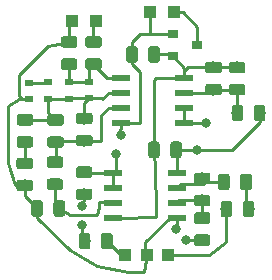
<source format=gtl>
G04 #@! TF.GenerationSoftware,KiCad,Pcbnew,5.0.0*
G04 #@! TF.CreationDate,2018-09-10T00:09:20+02:00*
G04 #@! TF.ProjectId,preamp,707265616D702E6B696361645F706362,rev?*
G04 #@! TF.SameCoordinates,Original*
G04 #@! TF.FileFunction,Copper,L1,Top,Signal*
G04 #@! TF.FilePolarity,Positive*
%FSLAX46Y46*%
G04 Gerber Fmt 4.6, Leading zero omitted, Abs format (unit mm)*
G04 Created by KiCad (PCBNEW 5.0.0) date Mon Sep 10 00:09:20 2018*
%MOMM*%
%LPD*%
G01*
G04 APERTURE LIST*
G04 #@! TA.AperFunction,Conductor*
%ADD10C,0.100000*%
G04 #@! TD*
G04 #@! TA.AperFunction,SMDPad,CuDef*
%ADD11C,0.975000*%
G04 #@! TD*
G04 #@! TA.AperFunction,SMDPad,CuDef*
%ADD12R,0.900000X0.800000*%
G04 #@! TD*
G04 #@! TA.AperFunction,SMDPad,CuDef*
%ADD13R,1.550000X0.600000*%
G04 #@! TD*
G04 #@! TA.AperFunction,ComponentPad*
%ADD14R,1.000000X1.000000*%
G04 #@! TD*
G04 #@! TA.AperFunction,SMDPad,CuDef*
%ADD15R,0.700000X0.600000*%
G04 #@! TD*
G04 #@! TA.AperFunction,ViaPad*
%ADD16C,0.800000*%
G04 #@! TD*
G04 #@! TA.AperFunction,Conductor*
%ADD17C,0.250000*%
G04 #@! TD*
G04 APERTURE END LIST*
D10*
G04 #@! TO.N,+BATT*
G04 #@! TO.C,C1*
G36*
X103273599Y-100406392D02*
X103297260Y-100409902D01*
X103320464Y-100415714D01*
X103342986Y-100423772D01*
X103364610Y-100434000D01*
X103385127Y-100446297D01*
X103404340Y-100460547D01*
X103422064Y-100476611D01*
X103438128Y-100494335D01*
X103452378Y-100513548D01*
X103464675Y-100534065D01*
X103474903Y-100555689D01*
X103482961Y-100578211D01*
X103488773Y-100601415D01*
X103492283Y-100625076D01*
X103493457Y-100648968D01*
X103493457Y-101561468D01*
X103492283Y-101585360D01*
X103488773Y-101609021D01*
X103482961Y-101632225D01*
X103474903Y-101654747D01*
X103464675Y-101676371D01*
X103452378Y-101696888D01*
X103438128Y-101716101D01*
X103422064Y-101733825D01*
X103404340Y-101749889D01*
X103385127Y-101764139D01*
X103364610Y-101776436D01*
X103342986Y-101786664D01*
X103320464Y-101794722D01*
X103297260Y-101800534D01*
X103273599Y-101804044D01*
X103249707Y-101805218D01*
X102762207Y-101805218D01*
X102738315Y-101804044D01*
X102714654Y-101800534D01*
X102691450Y-101794722D01*
X102668928Y-101786664D01*
X102647304Y-101776436D01*
X102626787Y-101764139D01*
X102607574Y-101749889D01*
X102589850Y-101733825D01*
X102573786Y-101716101D01*
X102559536Y-101696888D01*
X102547239Y-101676371D01*
X102537011Y-101654747D01*
X102528953Y-101632225D01*
X102523141Y-101609021D01*
X102519631Y-101585360D01*
X102518457Y-101561468D01*
X102518457Y-100648968D01*
X102519631Y-100625076D01*
X102523141Y-100601415D01*
X102528953Y-100578211D01*
X102537011Y-100555689D01*
X102547239Y-100534065D01*
X102559536Y-100513548D01*
X102573786Y-100494335D01*
X102589850Y-100476611D01*
X102607574Y-100460547D01*
X102626787Y-100446297D01*
X102647304Y-100434000D01*
X102668928Y-100423772D01*
X102691450Y-100415714D01*
X102714654Y-100409902D01*
X102738315Y-100406392D01*
X102762207Y-100405218D01*
X103249707Y-100405218D01*
X103273599Y-100406392D01*
X103273599Y-100406392D01*
G37*
D11*
G04 #@! TD*
G04 #@! TO.P,C1,1*
G04 #@! TO.N,+BATT*
X103005957Y-101105218D03*
D10*
G04 #@! TO.N,GND*
G04 #@! TO.C,C1*
G36*
X101398599Y-100406392D02*
X101422260Y-100409902D01*
X101445464Y-100415714D01*
X101467986Y-100423772D01*
X101489610Y-100434000D01*
X101510127Y-100446297D01*
X101529340Y-100460547D01*
X101547064Y-100476611D01*
X101563128Y-100494335D01*
X101577378Y-100513548D01*
X101589675Y-100534065D01*
X101599903Y-100555689D01*
X101607961Y-100578211D01*
X101613773Y-100601415D01*
X101617283Y-100625076D01*
X101618457Y-100648968D01*
X101618457Y-101561468D01*
X101617283Y-101585360D01*
X101613773Y-101609021D01*
X101607961Y-101632225D01*
X101599903Y-101654747D01*
X101589675Y-101676371D01*
X101577378Y-101696888D01*
X101563128Y-101716101D01*
X101547064Y-101733825D01*
X101529340Y-101749889D01*
X101510127Y-101764139D01*
X101489610Y-101776436D01*
X101467986Y-101786664D01*
X101445464Y-101794722D01*
X101422260Y-101800534D01*
X101398599Y-101804044D01*
X101374707Y-101805218D01*
X100887207Y-101805218D01*
X100863315Y-101804044D01*
X100839654Y-101800534D01*
X100816450Y-101794722D01*
X100793928Y-101786664D01*
X100772304Y-101776436D01*
X100751787Y-101764139D01*
X100732574Y-101749889D01*
X100714850Y-101733825D01*
X100698786Y-101716101D01*
X100684536Y-101696888D01*
X100672239Y-101676371D01*
X100662011Y-101654747D01*
X100653953Y-101632225D01*
X100648141Y-101609021D01*
X100644631Y-101585360D01*
X100643457Y-101561468D01*
X100643457Y-100648968D01*
X100644631Y-100625076D01*
X100648141Y-100601415D01*
X100653953Y-100578211D01*
X100662011Y-100555689D01*
X100672239Y-100534065D01*
X100684536Y-100513548D01*
X100698786Y-100494335D01*
X100714850Y-100476611D01*
X100732574Y-100460547D01*
X100751787Y-100446297D01*
X100772304Y-100434000D01*
X100793928Y-100423772D01*
X100816450Y-100415714D01*
X100839654Y-100409902D01*
X100863315Y-100406392D01*
X100887207Y-100405218D01*
X101374707Y-100405218D01*
X101398599Y-100406392D01*
X101398599Y-100406392D01*
G37*
D11*
G04 #@! TD*
G04 #@! TO.P,C1,2*
G04 #@! TO.N,GND*
X101130957Y-101105218D03*
D10*
G04 #@! TO.N,Net-(C2-Pad1)*
G04 #@! TO.C,C2*
G36*
X90661399Y-101764192D02*
X90685060Y-101767702D01*
X90708264Y-101773514D01*
X90730786Y-101781572D01*
X90752410Y-101791800D01*
X90772927Y-101804097D01*
X90792140Y-101818347D01*
X90809864Y-101834411D01*
X90825928Y-101852135D01*
X90840178Y-101871348D01*
X90852475Y-101891865D01*
X90862703Y-101913489D01*
X90870761Y-101936011D01*
X90876573Y-101959215D01*
X90880083Y-101982876D01*
X90881257Y-102006768D01*
X90881257Y-102494268D01*
X90880083Y-102518160D01*
X90876573Y-102541821D01*
X90870761Y-102565025D01*
X90862703Y-102587547D01*
X90852475Y-102609171D01*
X90840178Y-102629688D01*
X90825928Y-102648901D01*
X90809864Y-102666625D01*
X90792140Y-102682689D01*
X90772927Y-102696939D01*
X90752410Y-102709236D01*
X90730786Y-102719464D01*
X90708264Y-102727522D01*
X90685060Y-102733334D01*
X90661399Y-102736844D01*
X90637507Y-102738018D01*
X89725007Y-102738018D01*
X89701115Y-102736844D01*
X89677454Y-102733334D01*
X89654250Y-102727522D01*
X89631728Y-102719464D01*
X89610104Y-102709236D01*
X89589587Y-102696939D01*
X89570374Y-102682689D01*
X89552650Y-102666625D01*
X89536586Y-102648901D01*
X89522336Y-102629688D01*
X89510039Y-102609171D01*
X89499811Y-102587547D01*
X89491753Y-102565025D01*
X89485941Y-102541821D01*
X89482431Y-102518160D01*
X89481257Y-102494268D01*
X89481257Y-102006768D01*
X89482431Y-101982876D01*
X89485941Y-101959215D01*
X89491753Y-101936011D01*
X89499811Y-101913489D01*
X89510039Y-101891865D01*
X89522336Y-101871348D01*
X89536586Y-101852135D01*
X89552650Y-101834411D01*
X89570374Y-101818347D01*
X89589587Y-101804097D01*
X89610104Y-101791800D01*
X89631728Y-101781572D01*
X89654250Y-101773514D01*
X89677454Y-101767702D01*
X89701115Y-101764192D01*
X89725007Y-101763018D01*
X90637507Y-101763018D01*
X90661399Y-101764192D01*
X90661399Y-101764192D01*
G37*
D11*
G04 #@! TD*
G04 #@! TO.P,C2,1*
G04 #@! TO.N,Net-(C2-Pad1)*
X90181257Y-102250518D03*
D10*
G04 #@! TO.N,VGND*
G04 #@! TO.C,C2*
G36*
X90661399Y-103639192D02*
X90685060Y-103642702D01*
X90708264Y-103648514D01*
X90730786Y-103656572D01*
X90752410Y-103666800D01*
X90772927Y-103679097D01*
X90792140Y-103693347D01*
X90809864Y-103709411D01*
X90825928Y-103727135D01*
X90840178Y-103746348D01*
X90852475Y-103766865D01*
X90862703Y-103788489D01*
X90870761Y-103811011D01*
X90876573Y-103834215D01*
X90880083Y-103857876D01*
X90881257Y-103881768D01*
X90881257Y-104369268D01*
X90880083Y-104393160D01*
X90876573Y-104416821D01*
X90870761Y-104440025D01*
X90862703Y-104462547D01*
X90852475Y-104484171D01*
X90840178Y-104504688D01*
X90825928Y-104523901D01*
X90809864Y-104541625D01*
X90792140Y-104557689D01*
X90772927Y-104571939D01*
X90752410Y-104584236D01*
X90730786Y-104594464D01*
X90708264Y-104602522D01*
X90685060Y-104608334D01*
X90661399Y-104611844D01*
X90637507Y-104613018D01*
X89725007Y-104613018D01*
X89701115Y-104611844D01*
X89677454Y-104608334D01*
X89654250Y-104602522D01*
X89631728Y-104594464D01*
X89610104Y-104584236D01*
X89589587Y-104571939D01*
X89570374Y-104557689D01*
X89552650Y-104541625D01*
X89536586Y-104523901D01*
X89522336Y-104504688D01*
X89510039Y-104484171D01*
X89499811Y-104462547D01*
X89491753Y-104440025D01*
X89485941Y-104416821D01*
X89482431Y-104393160D01*
X89481257Y-104369268D01*
X89481257Y-103881768D01*
X89482431Y-103857876D01*
X89485941Y-103834215D01*
X89491753Y-103811011D01*
X89499811Y-103788489D01*
X89510039Y-103766865D01*
X89522336Y-103746348D01*
X89536586Y-103727135D01*
X89552650Y-103709411D01*
X89570374Y-103693347D01*
X89589587Y-103679097D01*
X89610104Y-103666800D01*
X89631728Y-103656572D01*
X89654250Y-103648514D01*
X89677454Y-103642702D01*
X89701115Y-103639192D01*
X89725007Y-103638018D01*
X90637507Y-103638018D01*
X90661399Y-103639192D01*
X90661399Y-103639192D01*
G37*
D11*
G04 #@! TD*
G04 #@! TO.P,C2,2*
G04 #@! TO.N,VGND*
X90181257Y-104125518D03*
D10*
G04 #@! TO.N,GND*
G04 #@! TO.C,C3*
G36*
X106652142Y-93648374D02*
X106675803Y-93651884D01*
X106699007Y-93657696D01*
X106721529Y-93665754D01*
X106743153Y-93675982D01*
X106763670Y-93688279D01*
X106782883Y-93702529D01*
X106800607Y-93718593D01*
X106816671Y-93736317D01*
X106830921Y-93755530D01*
X106843218Y-93776047D01*
X106853446Y-93797671D01*
X106861504Y-93820193D01*
X106867316Y-93843397D01*
X106870826Y-93867058D01*
X106872000Y-93890950D01*
X106872000Y-94378450D01*
X106870826Y-94402342D01*
X106867316Y-94426003D01*
X106861504Y-94449207D01*
X106853446Y-94471729D01*
X106843218Y-94493353D01*
X106830921Y-94513870D01*
X106816671Y-94533083D01*
X106800607Y-94550807D01*
X106782883Y-94566871D01*
X106763670Y-94581121D01*
X106743153Y-94593418D01*
X106721529Y-94603646D01*
X106699007Y-94611704D01*
X106675803Y-94617516D01*
X106652142Y-94621026D01*
X106628250Y-94622200D01*
X105715750Y-94622200D01*
X105691858Y-94621026D01*
X105668197Y-94617516D01*
X105644993Y-94611704D01*
X105622471Y-94603646D01*
X105600847Y-94593418D01*
X105580330Y-94581121D01*
X105561117Y-94566871D01*
X105543393Y-94550807D01*
X105527329Y-94533083D01*
X105513079Y-94513870D01*
X105500782Y-94493353D01*
X105490554Y-94471729D01*
X105482496Y-94449207D01*
X105476684Y-94426003D01*
X105473174Y-94402342D01*
X105472000Y-94378450D01*
X105472000Y-93890950D01*
X105473174Y-93867058D01*
X105476684Y-93843397D01*
X105482496Y-93820193D01*
X105490554Y-93797671D01*
X105500782Y-93776047D01*
X105513079Y-93755530D01*
X105527329Y-93736317D01*
X105543393Y-93718593D01*
X105561117Y-93702529D01*
X105580330Y-93688279D01*
X105600847Y-93675982D01*
X105622471Y-93665754D01*
X105644993Y-93657696D01*
X105668197Y-93651884D01*
X105691858Y-93648374D01*
X105715750Y-93647200D01*
X106628250Y-93647200D01*
X106652142Y-93648374D01*
X106652142Y-93648374D01*
G37*
D11*
G04 #@! TD*
G04 #@! TO.P,C3,2*
G04 #@! TO.N,GND*
X106172000Y-94134700D03*
D10*
G04 #@! TO.N,Net-(C3-Pad1)*
G04 #@! TO.C,C3*
G36*
X106652142Y-95523374D02*
X106675803Y-95526884D01*
X106699007Y-95532696D01*
X106721529Y-95540754D01*
X106743153Y-95550982D01*
X106763670Y-95563279D01*
X106782883Y-95577529D01*
X106800607Y-95593593D01*
X106816671Y-95611317D01*
X106830921Y-95630530D01*
X106843218Y-95651047D01*
X106853446Y-95672671D01*
X106861504Y-95695193D01*
X106867316Y-95718397D01*
X106870826Y-95742058D01*
X106872000Y-95765950D01*
X106872000Y-96253450D01*
X106870826Y-96277342D01*
X106867316Y-96301003D01*
X106861504Y-96324207D01*
X106853446Y-96346729D01*
X106843218Y-96368353D01*
X106830921Y-96388870D01*
X106816671Y-96408083D01*
X106800607Y-96425807D01*
X106782883Y-96441871D01*
X106763670Y-96456121D01*
X106743153Y-96468418D01*
X106721529Y-96478646D01*
X106699007Y-96486704D01*
X106675803Y-96492516D01*
X106652142Y-96496026D01*
X106628250Y-96497200D01*
X105715750Y-96497200D01*
X105691858Y-96496026D01*
X105668197Y-96492516D01*
X105644993Y-96486704D01*
X105622471Y-96478646D01*
X105600847Y-96468418D01*
X105580330Y-96456121D01*
X105561117Y-96441871D01*
X105543393Y-96425807D01*
X105527329Y-96408083D01*
X105513079Y-96388870D01*
X105500782Y-96368353D01*
X105490554Y-96346729D01*
X105482496Y-96324207D01*
X105476684Y-96301003D01*
X105473174Y-96277342D01*
X105472000Y-96253450D01*
X105472000Y-95765950D01*
X105473174Y-95742058D01*
X105476684Y-95718397D01*
X105482496Y-95695193D01*
X105490554Y-95672671D01*
X105500782Y-95651047D01*
X105513079Y-95630530D01*
X105527329Y-95611317D01*
X105543393Y-95593593D01*
X105561117Y-95577529D01*
X105580330Y-95563279D01*
X105600847Y-95550982D01*
X105622471Y-95540754D01*
X105644993Y-95532696D01*
X105668197Y-95526884D01*
X105691858Y-95523374D01*
X105715750Y-95522200D01*
X106628250Y-95522200D01*
X106652142Y-95523374D01*
X106652142Y-95523374D01*
G37*
D11*
G04 #@! TD*
G04 #@! TO.P,C3,1*
G04 #@! TO.N,Net-(C3-Pad1)*
X106172000Y-96009700D03*
D10*
G04 #@! TO.N,/PRE-*
G04 #@! TO.C,C4*
G36*
X95715999Y-97979592D02*
X95739660Y-97983102D01*
X95762864Y-97988914D01*
X95785386Y-97996972D01*
X95807010Y-98007200D01*
X95827527Y-98019497D01*
X95846740Y-98033747D01*
X95864464Y-98049811D01*
X95880528Y-98067535D01*
X95894778Y-98086748D01*
X95907075Y-98107265D01*
X95917303Y-98128889D01*
X95925361Y-98151411D01*
X95931173Y-98174615D01*
X95934683Y-98198276D01*
X95935857Y-98222168D01*
X95935857Y-98709668D01*
X95934683Y-98733560D01*
X95931173Y-98757221D01*
X95925361Y-98780425D01*
X95917303Y-98802947D01*
X95907075Y-98824571D01*
X95894778Y-98845088D01*
X95880528Y-98864301D01*
X95864464Y-98882025D01*
X95846740Y-98898089D01*
X95827527Y-98912339D01*
X95807010Y-98924636D01*
X95785386Y-98934864D01*
X95762864Y-98942922D01*
X95739660Y-98948734D01*
X95715999Y-98952244D01*
X95692107Y-98953418D01*
X94779607Y-98953418D01*
X94755715Y-98952244D01*
X94732054Y-98948734D01*
X94708850Y-98942922D01*
X94686328Y-98934864D01*
X94664704Y-98924636D01*
X94644187Y-98912339D01*
X94624974Y-98898089D01*
X94607250Y-98882025D01*
X94591186Y-98864301D01*
X94576936Y-98845088D01*
X94564639Y-98824571D01*
X94554411Y-98802947D01*
X94546353Y-98780425D01*
X94540541Y-98757221D01*
X94537031Y-98733560D01*
X94535857Y-98709668D01*
X94535857Y-98222168D01*
X94537031Y-98198276D01*
X94540541Y-98174615D01*
X94546353Y-98151411D01*
X94554411Y-98128889D01*
X94564639Y-98107265D01*
X94576936Y-98086748D01*
X94591186Y-98067535D01*
X94607250Y-98049811D01*
X94624974Y-98033747D01*
X94644187Y-98019497D01*
X94664704Y-98007200D01*
X94686328Y-97996972D01*
X94708850Y-97988914D01*
X94732054Y-97983102D01*
X94755715Y-97979592D01*
X94779607Y-97978418D01*
X95692107Y-97978418D01*
X95715999Y-97979592D01*
X95715999Y-97979592D01*
G37*
D11*
G04 #@! TD*
G04 #@! TO.P,C4,1*
G04 #@! TO.N,/PRE-*
X95235857Y-98465918D03*
D10*
G04 #@! TO.N,Net-(C4-Pad2)*
G04 #@! TO.C,C4*
G36*
X95715999Y-99854592D02*
X95739660Y-99858102D01*
X95762864Y-99863914D01*
X95785386Y-99871972D01*
X95807010Y-99882200D01*
X95827527Y-99894497D01*
X95846740Y-99908747D01*
X95864464Y-99924811D01*
X95880528Y-99942535D01*
X95894778Y-99961748D01*
X95907075Y-99982265D01*
X95917303Y-100003889D01*
X95925361Y-100026411D01*
X95931173Y-100049615D01*
X95934683Y-100073276D01*
X95935857Y-100097168D01*
X95935857Y-100584668D01*
X95934683Y-100608560D01*
X95931173Y-100632221D01*
X95925361Y-100655425D01*
X95917303Y-100677947D01*
X95907075Y-100699571D01*
X95894778Y-100720088D01*
X95880528Y-100739301D01*
X95864464Y-100757025D01*
X95846740Y-100773089D01*
X95827527Y-100787339D01*
X95807010Y-100799636D01*
X95785386Y-100809864D01*
X95762864Y-100817922D01*
X95739660Y-100823734D01*
X95715999Y-100827244D01*
X95692107Y-100828418D01*
X94779607Y-100828418D01*
X94755715Y-100827244D01*
X94732054Y-100823734D01*
X94708850Y-100817922D01*
X94686328Y-100809864D01*
X94664704Y-100799636D01*
X94644187Y-100787339D01*
X94624974Y-100773089D01*
X94607250Y-100757025D01*
X94591186Y-100739301D01*
X94576936Y-100720088D01*
X94564639Y-100699571D01*
X94554411Y-100677947D01*
X94546353Y-100655425D01*
X94540541Y-100632221D01*
X94537031Y-100608560D01*
X94535857Y-100584668D01*
X94535857Y-100097168D01*
X94537031Y-100073276D01*
X94540541Y-100049615D01*
X94546353Y-100026411D01*
X94554411Y-100003889D01*
X94564639Y-99982265D01*
X94576936Y-99961748D01*
X94591186Y-99942535D01*
X94607250Y-99924811D01*
X94624974Y-99908747D01*
X94644187Y-99894497D01*
X94664704Y-99882200D01*
X94686328Y-99871972D01*
X94708850Y-99863914D01*
X94732054Y-99858102D01*
X94755715Y-99854592D01*
X94779607Y-99853418D01*
X95692107Y-99853418D01*
X95715999Y-99854592D01*
X95715999Y-99854592D01*
G37*
D11*
G04 #@! TD*
G04 #@! TO.P,C4,2*
G04 #@! TO.N,Net-(C4-Pad2)*
X95235857Y-100340918D03*
D10*
G04 #@! TO.N,AMP*
G04 #@! TO.C,C5*
G36*
X93226799Y-103539892D02*
X93250460Y-103543402D01*
X93273664Y-103549214D01*
X93296186Y-103557272D01*
X93317810Y-103567500D01*
X93338327Y-103579797D01*
X93357540Y-103594047D01*
X93375264Y-103610111D01*
X93391328Y-103627835D01*
X93405578Y-103647048D01*
X93417875Y-103667565D01*
X93428103Y-103689189D01*
X93436161Y-103711711D01*
X93441973Y-103734915D01*
X93445483Y-103758576D01*
X93446657Y-103782468D01*
X93446657Y-104269968D01*
X93445483Y-104293860D01*
X93441973Y-104317521D01*
X93436161Y-104340725D01*
X93428103Y-104363247D01*
X93417875Y-104384871D01*
X93405578Y-104405388D01*
X93391328Y-104424601D01*
X93375264Y-104442325D01*
X93357540Y-104458389D01*
X93338327Y-104472639D01*
X93317810Y-104484936D01*
X93296186Y-104495164D01*
X93273664Y-104503222D01*
X93250460Y-104509034D01*
X93226799Y-104512544D01*
X93202907Y-104513718D01*
X92290407Y-104513718D01*
X92266515Y-104512544D01*
X92242854Y-104509034D01*
X92219650Y-104503222D01*
X92197128Y-104495164D01*
X92175504Y-104484936D01*
X92154987Y-104472639D01*
X92135774Y-104458389D01*
X92118050Y-104442325D01*
X92101986Y-104424601D01*
X92087736Y-104405388D01*
X92075439Y-104384871D01*
X92065211Y-104363247D01*
X92057153Y-104340725D01*
X92051341Y-104317521D01*
X92047831Y-104293860D01*
X92046657Y-104269968D01*
X92046657Y-103782468D01*
X92047831Y-103758576D01*
X92051341Y-103734915D01*
X92057153Y-103711711D01*
X92065211Y-103689189D01*
X92075439Y-103667565D01*
X92087736Y-103647048D01*
X92101986Y-103627835D01*
X92118050Y-103610111D01*
X92135774Y-103594047D01*
X92154987Y-103579797D01*
X92175504Y-103567500D01*
X92197128Y-103557272D01*
X92219650Y-103549214D01*
X92242854Y-103543402D01*
X92266515Y-103539892D01*
X92290407Y-103538718D01*
X93202907Y-103538718D01*
X93226799Y-103539892D01*
X93226799Y-103539892D01*
G37*
D11*
G04 #@! TD*
G04 #@! TO.P,C5,2*
G04 #@! TO.N,AMP*
X92746657Y-104026218D03*
D10*
G04 #@! TO.N,Net-(C4-Pad2)*
G04 #@! TO.C,C5*
G36*
X93226799Y-101664892D02*
X93250460Y-101668402D01*
X93273664Y-101674214D01*
X93296186Y-101682272D01*
X93317810Y-101692500D01*
X93338327Y-101704797D01*
X93357540Y-101719047D01*
X93375264Y-101735111D01*
X93391328Y-101752835D01*
X93405578Y-101772048D01*
X93417875Y-101792565D01*
X93428103Y-101814189D01*
X93436161Y-101836711D01*
X93441973Y-101859915D01*
X93445483Y-101883576D01*
X93446657Y-101907468D01*
X93446657Y-102394968D01*
X93445483Y-102418860D01*
X93441973Y-102442521D01*
X93436161Y-102465725D01*
X93428103Y-102488247D01*
X93417875Y-102509871D01*
X93405578Y-102530388D01*
X93391328Y-102549601D01*
X93375264Y-102567325D01*
X93357540Y-102583389D01*
X93338327Y-102597639D01*
X93317810Y-102609936D01*
X93296186Y-102620164D01*
X93273664Y-102628222D01*
X93250460Y-102634034D01*
X93226799Y-102637544D01*
X93202907Y-102638718D01*
X92290407Y-102638718D01*
X92266515Y-102637544D01*
X92242854Y-102634034D01*
X92219650Y-102628222D01*
X92197128Y-102620164D01*
X92175504Y-102609936D01*
X92154987Y-102597639D01*
X92135774Y-102583389D01*
X92118050Y-102567325D01*
X92101986Y-102549601D01*
X92087736Y-102530388D01*
X92075439Y-102509871D01*
X92065211Y-102488247D01*
X92057153Y-102465725D01*
X92051341Y-102442521D01*
X92047831Y-102418860D01*
X92046657Y-102394968D01*
X92046657Y-101907468D01*
X92047831Y-101883576D01*
X92051341Y-101859915D01*
X92057153Y-101836711D01*
X92065211Y-101814189D01*
X92075439Y-101792565D01*
X92087736Y-101772048D01*
X92101986Y-101752835D01*
X92118050Y-101735111D01*
X92135774Y-101719047D01*
X92154987Y-101704797D01*
X92175504Y-101692500D01*
X92197128Y-101682272D01*
X92219650Y-101674214D01*
X92242854Y-101668402D01*
X92266515Y-101664892D01*
X92290407Y-101663718D01*
X93202907Y-101663718D01*
X93226799Y-101664892D01*
X93226799Y-101664892D01*
G37*
D11*
G04 #@! TD*
G04 #@! TO.P,C5,1*
G04 #@! TO.N,Net-(C4-Pad2)*
X92746657Y-102151218D03*
D10*
G04 #@! TO.N,GND*
G04 #@! TO.C,C6*
G36*
X101408142Y-92341374D02*
X101431803Y-92344884D01*
X101455007Y-92350696D01*
X101477529Y-92358754D01*
X101499153Y-92368982D01*
X101519670Y-92381279D01*
X101538883Y-92395529D01*
X101556607Y-92411593D01*
X101572671Y-92429317D01*
X101586921Y-92448530D01*
X101599218Y-92469047D01*
X101609446Y-92490671D01*
X101617504Y-92513193D01*
X101623316Y-92536397D01*
X101626826Y-92560058D01*
X101628000Y-92583950D01*
X101628000Y-93496450D01*
X101626826Y-93520342D01*
X101623316Y-93544003D01*
X101617504Y-93567207D01*
X101609446Y-93589729D01*
X101599218Y-93611353D01*
X101586921Y-93631870D01*
X101572671Y-93651083D01*
X101556607Y-93668807D01*
X101538883Y-93684871D01*
X101519670Y-93699121D01*
X101499153Y-93711418D01*
X101477529Y-93721646D01*
X101455007Y-93729704D01*
X101431803Y-93735516D01*
X101408142Y-93739026D01*
X101384250Y-93740200D01*
X100896750Y-93740200D01*
X100872858Y-93739026D01*
X100849197Y-93735516D01*
X100825993Y-93729704D01*
X100803471Y-93721646D01*
X100781847Y-93711418D01*
X100761330Y-93699121D01*
X100742117Y-93684871D01*
X100724393Y-93668807D01*
X100708329Y-93651083D01*
X100694079Y-93631870D01*
X100681782Y-93611353D01*
X100671554Y-93589729D01*
X100663496Y-93567207D01*
X100657684Y-93544003D01*
X100654174Y-93520342D01*
X100653000Y-93496450D01*
X100653000Y-92583950D01*
X100654174Y-92560058D01*
X100657684Y-92536397D01*
X100663496Y-92513193D01*
X100671554Y-92490671D01*
X100681782Y-92469047D01*
X100694079Y-92448530D01*
X100708329Y-92429317D01*
X100724393Y-92411593D01*
X100742117Y-92395529D01*
X100761330Y-92381279D01*
X100781847Y-92368982D01*
X100803471Y-92358754D01*
X100825993Y-92350696D01*
X100849197Y-92344884D01*
X100872858Y-92341374D01*
X100896750Y-92340200D01*
X101384250Y-92340200D01*
X101408142Y-92341374D01*
X101408142Y-92341374D01*
G37*
D11*
G04 #@! TD*
G04 #@! TO.P,C6,2*
G04 #@! TO.N,GND*
X101140500Y-93040200D03*
D10*
G04 #@! TO.N,+BATT*
G04 #@! TO.C,C6*
G36*
X99533142Y-92341374D02*
X99556803Y-92344884D01*
X99580007Y-92350696D01*
X99602529Y-92358754D01*
X99624153Y-92368982D01*
X99644670Y-92381279D01*
X99663883Y-92395529D01*
X99681607Y-92411593D01*
X99697671Y-92429317D01*
X99711921Y-92448530D01*
X99724218Y-92469047D01*
X99734446Y-92490671D01*
X99742504Y-92513193D01*
X99748316Y-92536397D01*
X99751826Y-92560058D01*
X99753000Y-92583950D01*
X99753000Y-93496450D01*
X99751826Y-93520342D01*
X99748316Y-93544003D01*
X99742504Y-93567207D01*
X99734446Y-93589729D01*
X99724218Y-93611353D01*
X99711921Y-93631870D01*
X99697671Y-93651083D01*
X99681607Y-93668807D01*
X99663883Y-93684871D01*
X99644670Y-93699121D01*
X99624153Y-93711418D01*
X99602529Y-93721646D01*
X99580007Y-93729704D01*
X99556803Y-93735516D01*
X99533142Y-93739026D01*
X99509250Y-93740200D01*
X99021750Y-93740200D01*
X98997858Y-93739026D01*
X98974197Y-93735516D01*
X98950993Y-93729704D01*
X98928471Y-93721646D01*
X98906847Y-93711418D01*
X98886330Y-93699121D01*
X98867117Y-93684871D01*
X98849393Y-93668807D01*
X98833329Y-93651083D01*
X98819079Y-93631870D01*
X98806782Y-93611353D01*
X98796554Y-93589729D01*
X98788496Y-93567207D01*
X98782684Y-93544003D01*
X98779174Y-93520342D01*
X98778000Y-93496450D01*
X98778000Y-92583950D01*
X98779174Y-92560058D01*
X98782684Y-92536397D01*
X98788496Y-92513193D01*
X98796554Y-92490671D01*
X98806782Y-92469047D01*
X98819079Y-92448530D01*
X98833329Y-92429317D01*
X98849393Y-92411593D01*
X98867117Y-92395529D01*
X98886330Y-92381279D01*
X98906847Y-92368982D01*
X98928471Y-92358754D01*
X98950993Y-92350696D01*
X98974197Y-92344884D01*
X98997858Y-92341374D01*
X99021750Y-92340200D01*
X99509250Y-92340200D01*
X99533142Y-92341374D01*
X99533142Y-92341374D01*
G37*
D11*
G04 #@! TD*
G04 #@! TO.P,C6,1*
G04 #@! TO.N,+BATT*
X99265500Y-93040200D03*
D10*
G04 #@! TO.N,/OUT+*
G04 #@! TO.C,C7*
G36*
X97407642Y-108140174D02*
X97431303Y-108143684D01*
X97454507Y-108149496D01*
X97477029Y-108157554D01*
X97498653Y-108167782D01*
X97519170Y-108180079D01*
X97538383Y-108194329D01*
X97556107Y-108210393D01*
X97572171Y-108228117D01*
X97586421Y-108247330D01*
X97598718Y-108267847D01*
X97608946Y-108289471D01*
X97617004Y-108311993D01*
X97622816Y-108335197D01*
X97626326Y-108358858D01*
X97627500Y-108382750D01*
X97627500Y-109295250D01*
X97626326Y-109319142D01*
X97622816Y-109342803D01*
X97617004Y-109366007D01*
X97608946Y-109388529D01*
X97598718Y-109410153D01*
X97586421Y-109430670D01*
X97572171Y-109449883D01*
X97556107Y-109467607D01*
X97538383Y-109483671D01*
X97519170Y-109497921D01*
X97498653Y-109510218D01*
X97477029Y-109520446D01*
X97454507Y-109528504D01*
X97431303Y-109534316D01*
X97407642Y-109537826D01*
X97383750Y-109539000D01*
X96896250Y-109539000D01*
X96872358Y-109537826D01*
X96848697Y-109534316D01*
X96825493Y-109528504D01*
X96802971Y-109520446D01*
X96781347Y-109510218D01*
X96760830Y-109497921D01*
X96741617Y-109483671D01*
X96723893Y-109467607D01*
X96707829Y-109449883D01*
X96693579Y-109430670D01*
X96681282Y-109410153D01*
X96671054Y-109388529D01*
X96662996Y-109366007D01*
X96657184Y-109342803D01*
X96653674Y-109319142D01*
X96652500Y-109295250D01*
X96652500Y-108382750D01*
X96653674Y-108358858D01*
X96657184Y-108335197D01*
X96662996Y-108311993D01*
X96671054Y-108289471D01*
X96681282Y-108267847D01*
X96693579Y-108247330D01*
X96707829Y-108228117D01*
X96723893Y-108210393D01*
X96741617Y-108194329D01*
X96760830Y-108180079D01*
X96781347Y-108167782D01*
X96802971Y-108157554D01*
X96825493Y-108149496D01*
X96848697Y-108143684D01*
X96872358Y-108140174D01*
X96896250Y-108139000D01*
X97383750Y-108139000D01*
X97407642Y-108140174D01*
X97407642Y-108140174D01*
G37*
D11*
G04 #@! TD*
G04 #@! TO.P,C7,1*
G04 #@! TO.N,/OUT+*
X97140000Y-108839000D03*
D10*
G04 #@! TO.N,Net-(C7-Pad2)*
G04 #@! TO.C,C7*
G36*
X95532642Y-108140174D02*
X95556303Y-108143684D01*
X95579507Y-108149496D01*
X95602029Y-108157554D01*
X95623653Y-108167782D01*
X95644170Y-108180079D01*
X95663383Y-108194329D01*
X95681107Y-108210393D01*
X95697171Y-108228117D01*
X95711421Y-108247330D01*
X95723718Y-108267847D01*
X95733946Y-108289471D01*
X95742004Y-108311993D01*
X95747816Y-108335197D01*
X95751326Y-108358858D01*
X95752500Y-108382750D01*
X95752500Y-109295250D01*
X95751326Y-109319142D01*
X95747816Y-109342803D01*
X95742004Y-109366007D01*
X95733946Y-109388529D01*
X95723718Y-109410153D01*
X95711421Y-109430670D01*
X95697171Y-109449883D01*
X95681107Y-109467607D01*
X95663383Y-109483671D01*
X95644170Y-109497921D01*
X95623653Y-109510218D01*
X95602029Y-109520446D01*
X95579507Y-109528504D01*
X95556303Y-109534316D01*
X95532642Y-109537826D01*
X95508750Y-109539000D01*
X95021250Y-109539000D01*
X94997358Y-109537826D01*
X94973697Y-109534316D01*
X94950493Y-109528504D01*
X94927971Y-109520446D01*
X94906347Y-109510218D01*
X94885830Y-109497921D01*
X94866617Y-109483671D01*
X94848893Y-109467607D01*
X94832829Y-109449883D01*
X94818579Y-109430670D01*
X94806282Y-109410153D01*
X94796054Y-109388529D01*
X94787996Y-109366007D01*
X94782184Y-109342803D01*
X94778674Y-109319142D01*
X94777500Y-109295250D01*
X94777500Y-108382750D01*
X94778674Y-108358858D01*
X94782184Y-108335197D01*
X94787996Y-108311993D01*
X94796054Y-108289471D01*
X94806282Y-108267847D01*
X94818579Y-108247330D01*
X94832829Y-108228117D01*
X94848893Y-108210393D01*
X94866617Y-108194329D01*
X94885830Y-108180079D01*
X94906347Y-108167782D01*
X94927971Y-108157554D01*
X94950493Y-108149496D01*
X94973697Y-108143684D01*
X94997358Y-108140174D01*
X95021250Y-108139000D01*
X95508750Y-108139000D01*
X95532642Y-108140174D01*
X95532642Y-108140174D01*
G37*
D11*
G04 #@! TD*
G04 #@! TO.P,C7,2*
G04 #@! TO.N,Net-(C7-Pad2)*
X95265000Y-108839000D03*
D10*
G04 #@! TO.N,Net-(C8-Pad2)*
G04 #@! TO.C,C8*
G36*
X109409142Y-105422374D02*
X109432803Y-105425884D01*
X109456007Y-105431696D01*
X109478529Y-105439754D01*
X109500153Y-105449982D01*
X109520670Y-105462279D01*
X109539883Y-105476529D01*
X109557607Y-105492593D01*
X109573671Y-105510317D01*
X109587921Y-105529530D01*
X109600218Y-105550047D01*
X109610446Y-105571671D01*
X109618504Y-105594193D01*
X109624316Y-105617397D01*
X109627826Y-105641058D01*
X109629000Y-105664950D01*
X109629000Y-106577450D01*
X109627826Y-106601342D01*
X109624316Y-106625003D01*
X109618504Y-106648207D01*
X109610446Y-106670729D01*
X109600218Y-106692353D01*
X109587921Y-106712870D01*
X109573671Y-106732083D01*
X109557607Y-106749807D01*
X109539883Y-106765871D01*
X109520670Y-106780121D01*
X109500153Y-106792418D01*
X109478529Y-106802646D01*
X109456007Y-106810704D01*
X109432803Y-106816516D01*
X109409142Y-106820026D01*
X109385250Y-106821200D01*
X108897750Y-106821200D01*
X108873858Y-106820026D01*
X108850197Y-106816516D01*
X108826993Y-106810704D01*
X108804471Y-106802646D01*
X108782847Y-106792418D01*
X108762330Y-106780121D01*
X108743117Y-106765871D01*
X108725393Y-106749807D01*
X108709329Y-106732083D01*
X108695079Y-106712870D01*
X108682782Y-106692353D01*
X108672554Y-106670729D01*
X108664496Y-106648207D01*
X108658684Y-106625003D01*
X108655174Y-106601342D01*
X108654000Y-106577450D01*
X108654000Y-105664950D01*
X108655174Y-105641058D01*
X108658684Y-105617397D01*
X108664496Y-105594193D01*
X108672554Y-105571671D01*
X108682782Y-105550047D01*
X108695079Y-105529530D01*
X108709329Y-105510317D01*
X108725393Y-105492593D01*
X108743117Y-105476529D01*
X108762330Y-105462279D01*
X108782847Y-105449982D01*
X108804471Y-105439754D01*
X108826993Y-105431696D01*
X108850197Y-105425884D01*
X108873858Y-105422374D01*
X108897750Y-105421200D01*
X109385250Y-105421200D01*
X109409142Y-105422374D01*
X109409142Y-105422374D01*
G37*
D11*
G04 #@! TD*
G04 #@! TO.P,C8,2*
G04 #@! TO.N,Net-(C8-Pad2)*
X109141500Y-106121200D03*
D10*
G04 #@! TO.N,/OUT-*
G04 #@! TO.C,C8*
G36*
X107534142Y-105422374D02*
X107557803Y-105425884D01*
X107581007Y-105431696D01*
X107603529Y-105439754D01*
X107625153Y-105449982D01*
X107645670Y-105462279D01*
X107664883Y-105476529D01*
X107682607Y-105492593D01*
X107698671Y-105510317D01*
X107712921Y-105529530D01*
X107725218Y-105550047D01*
X107735446Y-105571671D01*
X107743504Y-105594193D01*
X107749316Y-105617397D01*
X107752826Y-105641058D01*
X107754000Y-105664950D01*
X107754000Y-106577450D01*
X107752826Y-106601342D01*
X107749316Y-106625003D01*
X107743504Y-106648207D01*
X107735446Y-106670729D01*
X107725218Y-106692353D01*
X107712921Y-106712870D01*
X107698671Y-106732083D01*
X107682607Y-106749807D01*
X107664883Y-106765871D01*
X107645670Y-106780121D01*
X107625153Y-106792418D01*
X107603529Y-106802646D01*
X107581007Y-106810704D01*
X107557803Y-106816516D01*
X107534142Y-106820026D01*
X107510250Y-106821200D01*
X107022750Y-106821200D01*
X106998858Y-106820026D01*
X106975197Y-106816516D01*
X106951993Y-106810704D01*
X106929471Y-106802646D01*
X106907847Y-106792418D01*
X106887330Y-106780121D01*
X106868117Y-106765871D01*
X106850393Y-106749807D01*
X106834329Y-106732083D01*
X106820079Y-106712870D01*
X106807782Y-106692353D01*
X106797554Y-106670729D01*
X106789496Y-106648207D01*
X106783684Y-106625003D01*
X106780174Y-106601342D01*
X106779000Y-106577450D01*
X106779000Y-105664950D01*
X106780174Y-105641058D01*
X106783684Y-105617397D01*
X106789496Y-105594193D01*
X106797554Y-105571671D01*
X106807782Y-105550047D01*
X106820079Y-105529530D01*
X106834329Y-105510317D01*
X106850393Y-105492593D01*
X106868117Y-105476529D01*
X106887330Y-105462279D01*
X106907847Y-105449982D01*
X106929471Y-105439754D01*
X106951993Y-105431696D01*
X106975197Y-105425884D01*
X106998858Y-105422374D01*
X107022750Y-105421200D01*
X107510250Y-105421200D01*
X107534142Y-105422374D01*
X107534142Y-105422374D01*
G37*
D11*
G04 #@! TD*
G04 #@! TO.P,C8,1*
G04 #@! TO.N,/OUT-*
X107266500Y-106121200D03*
D12*
G04 #@! TO.P,Q1,1*
G04 #@! TO.N,+BATT*
X102759000Y-91302800D03*
G04 #@! TO.P,Q1,2*
G04 #@! TO.N,GND*
X102759000Y-93202800D03*
G04 #@! TO.P,Q1,3*
G04 #@! TO.N,-BATT*
X104759000Y-92252800D03*
G04 #@! TD*
D10*
G04 #@! TO.N,/IN+*
G04 #@! TO.C,R1*
G36*
X96492142Y-91489374D02*
X96515803Y-91492884D01*
X96539007Y-91498696D01*
X96561529Y-91506754D01*
X96583153Y-91516982D01*
X96603670Y-91529279D01*
X96622883Y-91543529D01*
X96640607Y-91559593D01*
X96656671Y-91577317D01*
X96670921Y-91596530D01*
X96683218Y-91617047D01*
X96693446Y-91638671D01*
X96701504Y-91661193D01*
X96707316Y-91684397D01*
X96710826Y-91708058D01*
X96712000Y-91731950D01*
X96712000Y-92219450D01*
X96710826Y-92243342D01*
X96707316Y-92267003D01*
X96701504Y-92290207D01*
X96693446Y-92312729D01*
X96683218Y-92334353D01*
X96670921Y-92354870D01*
X96656671Y-92374083D01*
X96640607Y-92391807D01*
X96622883Y-92407871D01*
X96603670Y-92422121D01*
X96583153Y-92434418D01*
X96561529Y-92444646D01*
X96539007Y-92452704D01*
X96515803Y-92458516D01*
X96492142Y-92462026D01*
X96468250Y-92463200D01*
X95555750Y-92463200D01*
X95531858Y-92462026D01*
X95508197Y-92458516D01*
X95484993Y-92452704D01*
X95462471Y-92444646D01*
X95440847Y-92434418D01*
X95420330Y-92422121D01*
X95401117Y-92407871D01*
X95383393Y-92391807D01*
X95367329Y-92374083D01*
X95353079Y-92354870D01*
X95340782Y-92334353D01*
X95330554Y-92312729D01*
X95322496Y-92290207D01*
X95316684Y-92267003D01*
X95313174Y-92243342D01*
X95312000Y-92219450D01*
X95312000Y-91731950D01*
X95313174Y-91708058D01*
X95316684Y-91684397D01*
X95322496Y-91661193D01*
X95330554Y-91638671D01*
X95340782Y-91617047D01*
X95353079Y-91596530D01*
X95367329Y-91577317D01*
X95383393Y-91559593D01*
X95401117Y-91543529D01*
X95420330Y-91529279D01*
X95440847Y-91516982D01*
X95462471Y-91506754D01*
X95484993Y-91498696D01*
X95508197Y-91492884D01*
X95531858Y-91489374D01*
X95555750Y-91488200D01*
X96468250Y-91488200D01*
X96492142Y-91489374D01*
X96492142Y-91489374D01*
G37*
D11*
G04 #@! TD*
G04 #@! TO.P,R1,2*
G04 #@! TO.N,/IN+*
X96012000Y-91975700D03*
D10*
G04 #@! TO.N,/PRE+*
G04 #@! TO.C,R1*
G36*
X96492142Y-93364374D02*
X96515803Y-93367884D01*
X96539007Y-93373696D01*
X96561529Y-93381754D01*
X96583153Y-93391982D01*
X96603670Y-93404279D01*
X96622883Y-93418529D01*
X96640607Y-93434593D01*
X96656671Y-93452317D01*
X96670921Y-93471530D01*
X96683218Y-93492047D01*
X96693446Y-93513671D01*
X96701504Y-93536193D01*
X96707316Y-93559397D01*
X96710826Y-93583058D01*
X96712000Y-93606950D01*
X96712000Y-94094450D01*
X96710826Y-94118342D01*
X96707316Y-94142003D01*
X96701504Y-94165207D01*
X96693446Y-94187729D01*
X96683218Y-94209353D01*
X96670921Y-94229870D01*
X96656671Y-94249083D01*
X96640607Y-94266807D01*
X96622883Y-94282871D01*
X96603670Y-94297121D01*
X96583153Y-94309418D01*
X96561529Y-94319646D01*
X96539007Y-94327704D01*
X96515803Y-94333516D01*
X96492142Y-94337026D01*
X96468250Y-94338200D01*
X95555750Y-94338200D01*
X95531858Y-94337026D01*
X95508197Y-94333516D01*
X95484993Y-94327704D01*
X95462471Y-94319646D01*
X95440847Y-94309418D01*
X95420330Y-94297121D01*
X95401117Y-94282871D01*
X95383393Y-94266807D01*
X95367329Y-94249083D01*
X95353079Y-94229870D01*
X95340782Y-94209353D01*
X95330554Y-94187729D01*
X95322496Y-94165207D01*
X95316684Y-94142003D01*
X95313174Y-94118342D01*
X95312000Y-94094450D01*
X95312000Y-93606950D01*
X95313174Y-93583058D01*
X95316684Y-93559397D01*
X95322496Y-93536193D01*
X95330554Y-93513671D01*
X95340782Y-93492047D01*
X95353079Y-93471530D01*
X95367329Y-93452317D01*
X95383393Y-93434593D01*
X95401117Y-93418529D01*
X95420330Y-93404279D01*
X95440847Y-93391982D01*
X95462471Y-93381754D01*
X95484993Y-93373696D01*
X95508197Y-93367884D01*
X95531858Y-93364374D01*
X95555750Y-93363200D01*
X96468250Y-93363200D01*
X96492142Y-93364374D01*
X96492142Y-93364374D01*
G37*
D11*
G04 #@! TD*
G04 #@! TO.P,R1,1*
G04 #@! TO.N,/PRE+*
X96012000Y-93850700D03*
D10*
G04 #@! TO.N,/PRE+*
G04 #@! TO.C,R2*
G36*
X94434742Y-93364374D02*
X94458403Y-93367884D01*
X94481607Y-93373696D01*
X94504129Y-93381754D01*
X94525753Y-93391982D01*
X94546270Y-93404279D01*
X94565483Y-93418529D01*
X94583207Y-93434593D01*
X94599271Y-93452317D01*
X94613521Y-93471530D01*
X94625818Y-93492047D01*
X94636046Y-93513671D01*
X94644104Y-93536193D01*
X94649916Y-93559397D01*
X94653426Y-93583058D01*
X94654600Y-93606950D01*
X94654600Y-94094450D01*
X94653426Y-94118342D01*
X94649916Y-94142003D01*
X94644104Y-94165207D01*
X94636046Y-94187729D01*
X94625818Y-94209353D01*
X94613521Y-94229870D01*
X94599271Y-94249083D01*
X94583207Y-94266807D01*
X94565483Y-94282871D01*
X94546270Y-94297121D01*
X94525753Y-94309418D01*
X94504129Y-94319646D01*
X94481607Y-94327704D01*
X94458403Y-94333516D01*
X94434742Y-94337026D01*
X94410850Y-94338200D01*
X93498350Y-94338200D01*
X93474458Y-94337026D01*
X93450797Y-94333516D01*
X93427593Y-94327704D01*
X93405071Y-94319646D01*
X93383447Y-94309418D01*
X93362930Y-94297121D01*
X93343717Y-94282871D01*
X93325993Y-94266807D01*
X93309929Y-94249083D01*
X93295679Y-94229870D01*
X93283382Y-94209353D01*
X93273154Y-94187729D01*
X93265096Y-94165207D01*
X93259284Y-94142003D01*
X93255774Y-94118342D01*
X93254600Y-94094450D01*
X93254600Y-93606950D01*
X93255774Y-93583058D01*
X93259284Y-93559397D01*
X93265096Y-93536193D01*
X93273154Y-93513671D01*
X93283382Y-93492047D01*
X93295679Y-93471530D01*
X93309929Y-93452317D01*
X93325993Y-93434593D01*
X93343717Y-93418529D01*
X93362930Y-93404279D01*
X93383447Y-93391982D01*
X93405071Y-93381754D01*
X93427593Y-93373696D01*
X93450797Y-93367884D01*
X93474458Y-93364374D01*
X93498350Y-93363200D01*
X94410850Y-93363200D01*
X94434742Y-93364374D01*
X94434742Y-93364374D01*
G37*
D11*
G04 #@! TD*
G04 #@! TO.P,R2,2*
G04 #@! TO.N,/PRE+*
X93954600Y-93850700D03*
D10*
G04 #@! TO.N,VGND*
G04 #@! TO.C,R2*
G36*
X94434742Y-91489374D02*
X94458403Y-91492884D01*
X94481607Y-91498696D01*
X94504129Y-91506754D01*
X94525753Y-91516982D01*
X94546270Y-91529279D01*
X94565483Y-91543529D01*
X94583207Y-91559593D01*
X94599271Y-91577317D01*
X94613521Y-91596530D01*
X94625818Y-91617047D01*
X94636046Y-91638671D01*
X94644104Y-91661193D01*
X94649916Y-91684397D01*
X94653426Y-91708058D01*
X94654600Y-91731950D01*
X94654600Y-92219450D01*
X94653426Y-92243342D01*
X94649916Y-92267003D01*
X94644104Y-92290207D01*
X94636046Y-92312729D01*
X94625818Y-92334353D01*
X94613521Y-92354870D01*
X94599271Y-92374083D01*
X94583207Y-92391807D01*
X94565483Y-92407871D01*
X94546270Y-92422121D01*
X94525753Y-92434418D01*
X94504129Y-92444646D01*
X94481607Y-92452704D01*
X94458403Y-92458516D01*
X94434742Y-92462026D01*
X94410850Y-92463200D01*
X93498350Y-92463200D01*
X93474458Y-92462026D01*
X93450797Y-92458516D01*
X93427593Y-92452704D01*
X93405071Y-92444646D01*
X93383447Y-92434418D01*
X93362930Y-92422121D01*
X93343717Y-92407871D01*
X93325993Y-92391807D01*
X93309929Y-92374083D01*
X93295679Y-92354870D01*
X93283382Y-92334353D01*
X93273154Y-92312729D01*
X93265096Y-92290207D01*
X93259284Y-92267003D01*
X93255774Y-92243342D01*
X93254600Y-92219450D01*
X93254600Y-91731950D01*
X93255774Y-91708058D01*
X93259284Y-91684397D01*
X93265096Y-91661193D01*
X93273154Y-91638671D01*
X93283382Y-91617047D01*
X93295679Y-91596530D01*
X93309929Y-91577317D01*
X93325993Y-91559593D01*
X93343717Y-91543529D01*
X93362930Y-91529279D01*
X93383447Y-91516982D01*
X93405071Y-91506754D01*
X93427593Y-91498696D01*
X93450797Y-91492884D01*
X93474458Y-91489374D01*
X93498350Y-91488200D01*
X94410850Y-91488200D01*
X94434742Y-91489374D01*
X94434742Y-91489374D01*
G37*
D11*
G04 #@! TD*
G04 #@! TO.P,R2,1*
G04 #@! TO.N,VGND*
X93954600Y-91975700D03*
D10*
G04 #@! TO.N,+BATT*
G04 #@! TO.C,R3*
G36*
X110348942Y-97294374D02*
X110372603Y-97297884D01*
X110395807Y-97303696D01*
X110418329Y-97311754D01*
X110439953Y-97321982D01*
X110460470Y-97334279D01*
X110479683Y-97348529D01*
X110497407Y-97364593D01*
X110513471Y-97382317D01*
X110527721Y-97401530D01*
X110540018Y-97422047D01*
X110550246Y-97443671D01*
X110558304Y-97466193D01*
X110564116Y-97489397D01*
X110567626Y-97513058D01*
X110568800Y-97536950D01*
X110568800Y-98449450D01*
X110567626Y-98473342D01*
X110564116Y-98497003D01*
X110558304Y-98520207D01*
X110550246Y-98542729D01*
X110540018Y-98564353D01*
X110527721Y-98584870D01*
X110513471Y-98604083D01*
X110497407Y-98621807D01*
X110479683Y-98637871D01*
X110460470Y-98652121D01*
X110439953Y-98664418D01*
X110418329Y-98674646D01*
X110395807Y-98682704D01*
X110372603Y-98688516D01*
X110348942Y-98692026D01*
X110325050Y-98693200D01*
X109837550Y-98693200D01*
X109813658Y-98692026D01*
X109789997Y-98688516D01*
X109766793Y-98682704D01*
X109744271Y-98674646D01*
X109722647Y-98664418D01*
X109702130Y-98652121D01*
X109682917Y-98637871D01*
X109665193Y-98621807D01*
X109649129Y-98604083D01*
X109634879Y-98584870D01*
X109622582Y-98564353D01*
X109612354Y-98542729D01*
X109604296Y-98520207D01*
X109598484Y-98497003D01*
X109594974Y-98473342D01*
X109593800Y-98449450D01*
X109593800Y-97536950D01*
X109594974Y-97513058D01*
X109598484Y-97489397D01*
X109604296Y-97466193D01*
X109612354Y-97443671D01*
X109622582Y-97422047D01*
X109634879Y-97401530D01*
X109649129Y-97382317D01*
X109665193Y-97364593D01*
X109682917Y-97348529D01*
X109702130Y-97334279D01*
X109722647Y-97321982D01*
X109744271Y-97311754D01*
X109766793Y-97303696D01*
X109789997Y-97297884D01*
X109813658Y-97294374D01*
X109837550Y-97293200D01*
X110325050Y-97293200D01*
X110348942Y-97294374D01*
X110348942Y-97294374D01*
G37*
D11*
G04 #@! TD*
G04 #@! TO.P,R3,1*
G04 #@! TO.N,+BATT*
X110081300Y-97993200D03*
D10*
G04 #@! TO.N,Net-(C3-Pad1)*
G04 #@! TO.C,R3*
G36*
X108473942Y-97294374D02*
X108497603Y-97297884D01*
X108520807Y-97303696D01*
X108543329Y-97311754D01*
X108564953Y-97321982D01*
X108585470Y-97334279D01*
X108604683Y-97348529D01*
X108622407Y-97364593D01*
X108638471Y-97382317D01*
X108652721Y-97401530D01*
X108665018Y-97422047D01*
X108675246Y-97443671D01*
X108683304Y-97466193D01*
X108689116Y-97489397D01*
X108692626Y-97513058D01*
X108693800Y-97536950D01*
X108693800Y-98449450D01*
X108692626Y-98473342D01*
X108689116Y-98497003D01*
X108683304Y-98520207D01*
X108675246Y-98542729D01*
X108665018Y-98564353D01*
X108652721Y-98584870D01*
X108638471Y-98604083D01*
X108622407Y-98621807D01*
X108604683Y-98637871D01*
X108585470Y-98652121D01*
X108564953Y-98664418D01*
X108543329Y-98674646D01*
X108520807Y-98682704D01*
X108497603Y-98688516D01*
X108473942Y-98692026D01*
X108450050Y-98693200D01*
X107962550Y-98693200D01*
X107938658Y-98692026D01*
X107914997Y-98688516D01*
X107891793Y-98682704D01*
X107869271Y-98674646D01*
X107847647Y-98664418D01*
X107827130Y-98652121D01*
X107807917Y-98637871D01*
X107790193Y-98621807D01*
X107774129Y-98604083D01*
X107759879Y-98584870D01*
X107747582Y-98564353D01*
X107737354Y-98542729D01*
X107729296Y-98520207D01*
X107723484Y-98497003D01*
X107719974Y-98473342D01*
X107718800Y-98449450D01*
X107718800Y-97536950D01*
X107719974Y-97513058D01*
X107723484Y-97489397D01*
X107729296Y-97466193D01*
X107737354Y-97443671D01*
X107747582Y-97422047D01*
X107759879Y-97401530D01*
X107774129Y-97382317D01*
X107790193Y-97364593D01*
X107807917Y-97348529D01*
X107827130Y-97334279D01*
X107847647Y-97321982D01*
X107869271Y-97311754D01*
X107891793Y-97303696D01*
X107914997Y-97297884D01*
X107938658Y-97294374D01*
X107962550Y-97293200D01*
X108450050Y-97293200D01*
X108473942Y-97294374D01*
X108473942Y-97294374D01*
G37*
D11*
G04 #@! TD*
G04 #@! TO.P,R3,2*
G04 #@! TO.N,Net-(C3-Pad1)*
X108206300Y-97993200D03*
D10*
G04 #@! TO.N,GND*
G04 #@! TO.C,R4*
G36*
X108658742Y-93648374D02*
X108682403Y-93651884D01*
X108705607Y-93657696D01*
X108728129Y-93665754D01*
X108749753Y-93675982D01*
X108770270Y-93688279D01*
X108789483Y-93702529D01*
X108807207Y-93718593D01*
X108823271Y-93736317D01*
X108837521Y-93755530D01*
X108849818Y-93776047D01*
X108860046Y-93797671D01*
X108868104Y-93820193D01*
X108873916Y-93843397D01*
X108877426Y-93867058D01*
X108878600Y-93890950D01*
X108878600Y-94378450D01*
X108877426Y-94402342D01*
X108873916Y-94426003D01*
X108868104Y-94449207D01*
X108860046Y-94471729D01*
X108849818Y-94493353D01*
X108837521Y-94513870D01*
X108823271Y-94533083D01*
X108807207Y-94550807D01*
X108789483Y-94566871D01*
X108770270Y-94581121D01*
X108749753Y-94593418D01*
X108728129Y-94603646D01*
X108705607Y-94611704D01*
X108682403Y-94617516D01*
X108658742Y-94621026D01*
X108634850Y-94622200D01*
X107722350Y-94622200D01*
X107698458Y-94621026D01*
X107674797Y-94617516D01*
X107651593Y-94611704D01*
X107629071Y-94603646D01*
X107607447Y-94593418D01*
X107586930Y-94581121D01*
X107567717Y-94566871D01*
X107549993Y-94550807D01*
X107533929Y-94533083D01*
X107519679Y-94513870D01*
X107507382Y-94493353D01*
X107497154Y-94471729D01*
X107489096Y-94449207D01*
X107483284Y-94426003D01*
X107479774Y-94402342D01*
X107478600Y-94378450D01*
X107478600Y-93890950D01*
X107479774Y-93867058D01*
X107483284Y-93843397D01*
X107489096Y-93820193D01*
X107497154Y-93797671D01*
X107507382Y-93776047D01*
X107519679Y-93755530D01*
X107533929Y-93736317D01*
X107549993Y-93718593D01*
X107567717Y-93702529D01*
X107586930Y-93688279D01*
X107607447Y-93675982D01*
X107629071Y-93665754D01*
X107651593Y-93657696D01*
X107674797Y-93651884D01*
X107698458Y-93648374D01*
X107722350Y-93647200D01*
X108634850Y-93647200D01*
X108658742Y-93648374D01*
X108658742Y-93648374D01*
G37*
D11*
G04 #@! TD*
G04 #@! TO.P,R4,2*
G04 #@! TO.N,GND*
X108178600Y-94134700D03*
D10*
G04 #@! TO.N,Net-(C3-Pad1)*
G04 #@! TO.C,R4*
G36*
X108658742Y-95523374D02*
X108682403Y-95526884D01*
X108705607Y-95532696D01*
X108728129Y-95540754D01*
X108749753Y-95550982D01*
X108770270Y-95563279D01*
X108789483Y-95577529D01*
X108807207Y-95593593D01*
X108823271Y-95611317D01*
X108837521Y-95630530D01*
X108849818Y-95651047D01*
X108860046Y-95672671D01*
X108868104Y-95695193D01*
X108873916Y-95718397D01*
X108877426Y-95742058D01*
X108878600Y-95765950D01*
X108878600Y-96253450D01*
X108877426Y-96277342D01*
X108873916Y-96301003D01*
X108868104Y-96324207D01*
X108860046Y-96346729D01*
X108849818Y-96368353D01*
X108837521Y-96388870D01*
X108823271Y-96408083D01*
X108807207Y-96425807D01*
X108789483Y-96441871D01*
X108770270Y-96456121D01*
X108749753Y-96468418D01*
X108728129Y-96478646D01*
X108705607Y-96486704D01*
X108682403Y-96492516D01*
X108658742Y-96496026D01*
X108634850Y-96497200D01*
X107722350Y-96497200D01*
X107698458Y-96496026D01*
X107674797Y-96492516D01*
X107651593Y-96486704D01*
X107629071Y-96478646D01*
X107607447Y-96468418D01*
X107586930Y-96456121D01*
X107567717Y-96441871D01*
X107549993Y-96425807D01*
X107533929Y-96408083D01*
X107519679Y-96388870D01*
X107507382Y-96368353D01*
X107497154Y-96346729D01*
X107489096Y-96324207D01*
X107483284Y-96301003D01*
X107479774Y-96277342D01*
X107478600Y-96253450D01*
X107478600Y-95765950D01*
X107479774Y-95742058D01*
X107483284Y-95718397D01*
X107489096Y-95695193D01*
X107497154Y-95672671D01*
X107507382Y-95651047D01*
X107519679Y-95630530D01*
X107533929Y-95611317D01*
X107549993Y-95593593D01*
X107567717Y-95577529D01*
X107586930Y-95563279D01*
X107607447Y-95550982D01*
X107629071Y-95540754D01*
X107651593Y-95532696D01*
X107674797Y-95526884D01*
X107698458Y-95523374D01*
X107722350Y-95522200D01*
X108634850Y-95522200D01*
X108658742Y-95523374D01*
X108658742Y-95523374D01*
G37*
D11*
G04 #@! TD*
G04 #@! TO.P,R4,1*
G04 #@! TO.N,Net-(C3-Pad1)*
X108178600Y-96009700D03*
D10*
G04 #@! TO.N,Net-(C2-Pad1)*
G04 #@! TO.C,R5*
G36*
X90686799Y-99956192D02*
X90710460Y-99959702D01*
X90733664Y-99965514D01*
X90756186Y-99973572D01*
X90777810Y-99983800D01*
X90798327Y-99996097D01*
X90817540Y-100010347D01*
X90835264Y-100026411D01*
X90851328Y-100044135D01*
X90865578Y-100063348D01*
X90877875Y-100083865D01*
X90888103Y-100105489D01*
X90896161Y-100128011D01*
X90901973Y-100151215D01*
X90905483Y-100174876D01*
X90906657Y-100198768D01*
X90906657Y-100686268D01*
X90905483Y-100710160D01*
X90901973Y-100733821D01*
X90896161Y-100757025D01*
X90888103Y-100779547D01*
X90877875Y-100801171D01*
X90865578Y-100821688D01*
X90851328Y-100840901D01*
X90835264Y-100858625D01*
X90817540Y-100874689D01*
X90798327Y-100888939D01*
X90777810Y-100901236D01*
X90756186Y-100911464D01*
X90733664Y-100919522D01*
X90710460Y-100925334D01*
X90686799Y-100928844D01*
X90662907Y-100930018D01*
X89750407Y-100930018D01*
X89726515Y-100928844D01*
X89702854Y-100925334D01*
X89679650Y-100919522D01*
X89657128Y-100911464D01*
X89635504Y-100901236D01*
X89614987Y-100888939D01*
X89595774Y-100874689D01*
X89578050Y-100858625D01*
X89561986Y-100840901D01*
X89547736Y-100821688D01*
X89535439Y-100801171D01*
X89525211Y-100779547D01*
X89517153Y-100757025D01*
X89511341Y-100733821D01*
X89507831Y-100710160D01*
X89506657Y-100686268D01*
X89506657Y-100198768D01*
X89507831Y-100174876D01*
X89511341Y-100151215D01*
X89517153Y-100128011D01*
X89525211Y-100105489D01*
X89535439Y-100083865D01*
X89547736Y-100063348D01*
X89561986Y-100044135D01*
X89578050Y-100026411D01*
X89595774Y-100010347D01*
X89614987Y-99996097D01*
X89635504Y-99983800D01*
X89657128Y-99973572D01*
X89679650Y-99965514D01*
X89702854Y-99959702D01*
X89726515Y-99956192D01*
X89750407Y-99955018D01*
X90662907Y-99955018D01*
X90686799Y-99956192D01*
X90686799Y-99956192D01*
G37*
D11*
G04 #@! TD*
G04 #@! TO.P,R5,1*
G04 #@! TO.N,Net-(C2-Pad1)*
X90206657Y-100442518D03*
D10*
G04 #@! TO.N,/PRE-*
G04 #@! TO.C,R5*
G36*
X90686799Y-98081192D02*
X90710460Y-98084702D01*
X90733664Y-98090514D01*
X90756186Y-98098572D01*
X90777810Y-98108800D01*
X90798327Y-98121097D01*
X90817540Y-98135347D01*
X90835264Y-98151411D01*
X90851328Y-98169135D01*
X90865578Y-98188348D01*
X90877875Y-98208865D01*
X90888103Y-98230489D01*
X90896161Y-98253011D01*
X90901973Y-98276215D01*
X90905483Y-98299876D01*
X90906657Y-98323768D01*
X90906657Y-98811268D01*
X90905483Y-98835160D01*
X90901973Y-98858821D01*
X90896161Y-98882025D01*
X90888103Y-98904547D01*
X90877875Y-98926171D01*
X90865578Y-98946688D01*
X90851328Y-98965901D01*
X90835264Y-98983625D01*
X90817540Y-98999689D01*
X90798327Y-99013939D01*
X90777810Y-99026236D01*
X90756186Y-99036464D01*
X90733664Y-99044522D01*
X90710460Y-99050334D01*
X90686799Y-99053844D01*
X90662907Y-99055018D01*
X89750407Y-99055018D01*
X89726515Y-99053844D01*
X89702854Y-99050334D01*
X89679650Y-99044522D01*
X89657128Y-99036464D01*
X89635504Y-99026236D01*
X89614987Y-99013939D01*
X89595774Y-98999689D01*
X89578050Y-98983625D01*
X89561986Y-98965901D01*
X89547736Y-98946688D01*
X89535439Y-98926171D01*
X89525211Y-98904547D01*
X89517153Y-98882025D01*
X89511341Y-98858821D01*
X89507831Y-98835160D01*
X89506657Y-98811268D01*
X89506657Y-98323768D01*
X89507831Y-98299876D01*
X89511341Y-98276215D01*
X89517153Y-98253011D01*
X89525211Y-98230489D01*
X89535439Y-98208865D01*
X89547736Y-98188348D01*
X89561986Y-98169135D01*
X89578050Y-98151411D01*
X89595774Y-98135347D01*
X89614987Y-98121097D01*
X89635504Y-98108800D01*
X89657128Y-98098572D01*
X89679650Y-98090514D01*
X89702854Y-98084702D01*
X89726515Y-98081192D01*
X89750407Y-98080018D01*
X90662907Y-98080018D01*
X90686799Y-98081192D01*
X90686799Y-98081192D01*
G37*
D11*
G04 #@! TD*
G04 #@! TO.P,R5,2*
G04 #@! TO.N,/PRE-*
X90206657Y-98567518D03*
D10*
G04 #@! TO.N,Net-(C4-Pad2)*
G04 #@! TO.C,R6*
G36*
X93277599Y-99981592D02*
X93301260Y-99985102D01*
X93324464Y-99990914D01*
X93346986Y-99998972D01*
X93368610Y-100009200D01*
X93389127Y-100021497D01*
X93408340Y-100035747D01*
X93426064Y-100051811D01*
X93442128Y-100069535D01*
X93456378Y-100088748D01*
X93468675Y-100109265D01*
X93478903Y-100130889D01*
X93486961Y-100153411D01*
X93492773Y-100176615D01*
X93496283Y-100200276D01*
X93497457Y-100224168D01*
X93497457Y-100711668D01*
X93496283Y-100735560D01*
X93492773Y-100759221D01*
X93486961Y-100782425D01*
X93478903Y-100804947D01*
X93468675Y-100826571D01*
X93456378Y-100847088D01*
X93442128Y-100866301D01*
X93426064Y-100884025D01*
X93408340Y-100900089D01*
X93389127Y-100914339D01*
X93368610Y-100926636D01*
X93346986Y-100936864D01*
X93324464Y-100944922D01*
X93301260Y-100950734D01*
X93277599Y-100954244D01*
X93253707Y-100955418D01*
X92341207Y-100955418D01*
X92317315Y-100954244D01*
X92293654Y-100950734D01*
X92270450Y-100944922D01*
X92247928Y-100936864D01*
X92226304Y-100926636D01*
X92205787Y-100914339D01*
X92186574Y-100900089D01*
X92168850Y-100884025D01*
X92152786Y-100866301D01*
X92138536Y-100847088D01*
X92126239Y-100826571D01*
X92116011Y-100804947D01*
X92107953Y-100782425D01*
X92102141Y-100759221D01*
X92098631Y-100735560D01*
X92097457Y-100711668D01*
X92097457Y-100224168D01*
X92098631Y-100200276D01*
X92102141Y-100176615D01*
X92107953Y-100153411D01*
X92116011Y-100130889D01*
X92126239Y-100109265D01*
X92138536Y-100088748D01*
X92152786Y-100069535D01*
X92168850Y-100051811D01*
X92186574Y-100035747D01*
X92205787Y-100021497D01*
X92226304Y-100009200D01*
X92247928Y-99998972D01*
X92270450Y-99990914D01*
X92293654Y-99985102D01*
X92317315Y-99981592D01*
X92341207Y-99980418D01*
X93253707Y-99980418D01*
X93277599Y-99981592D01*
X93277599Y-99981592D01*
G37*
D11*
G04 #@! TD*
G04 #@! TO.P,R6,1*
G04 #@! TO.N,Net-(C4-Pad2)*
X92797457Y-100467918D03*
D10*
G04 #@! TO.N,/PRE-*
G04 #@! TO.C,R6*
G36*
X93277599Y-98106592D02*
X93301260Y-98110102D01*
X93324464Y-98115914D01*
X93346986Y-98123972D01*
X93368610Y-98134200D01*
X93389127Y-98146497D01*
X93408340Y-98160747D01*
X93426064Y-98176811D01*
X93442128Y-98194535D01*
X93456378Y-98213748D01*
X93468675Y-98234265D01*
X93478903Y-98255889D01*
X93486961Y-98278411D01*
X93492773Y-98301615D01*
X93496283Y-98325276D01*
X93497457Y-98349168D01*
X93497457Y-98836668D01*
X93496283Y-98860560D01*
X93492773Y-98884221D01*
X93486961Y-98907425D01*
X93478903Y-98929947D01*
X93468675Y-98951571D01*
X93456378Y-98972088D01*
X93442128Y-98991301D01*
X93426064Y-99009025D01*
X93408340Y-99025089D01*
X93389127Y-99039339D01*
X93368610Y-99051636D01*
X93346986Y-99061864D01*
X93324464Y-99069922D01*
X93301260Y-99075734D01*
X93277599Y-99079244D01*
X93253707Y-99080418D01*
X92341207Y-99080418D01*
X92317315Y-99079244D01*
X92293654Y-99075734D01*
X92270450Y-99069922D01*
X92247928Y-99061864D01*
X92226304Y-99051636D01*
X92205787Y-99039339D01*
X92186574Y-99025089D01*
X92168850Y-99009025D01*
X92152786Y-98991301D01*
X92138536Y-98972088D01*
X92126239Y-98951571D01*
X92116011Y-98929947D01*
X92107953Y-98907425D01*
X92102141Y-98884221D01*
X92098631Y-98860560D01*
X92097457Y-98836668D01*
X92097457Y-98349168D01*
X92098631Y-98325276D01*
X92102141Y-98301615D01*
X92107953Y-98278411D01*
X92116011Y-98255889D01*
X92126239Y-98234265D01*
X92138536Y-98213748D01*
X92152786Y-98194535D01*
X92168850Y-98176811D01*
X92186574Y-98160747D01*
X92205787Y-98146497D01*
X92226304Y-98134200D01*
X92247928Y-98123972D01*
X92270450Y-98115914D01*
X92293654Y-98110102D01*
X92317315Y-98106592D01*
X92341207Y-98105418D01*
X93253707Y-98105418D01*
X93277599Y-98106592D01*
X93277599Y-98106592D01*
G37*
D11*
G04 #@! TD*
G04 #@! TO.P,R6,2*
G04 #@! TO.N,/PRE-*
X92797457Y-98592918D03*
D10*
G04 #@! TO.N,AMP*
G04 #@! TO.C,R7*
G36*
X93381742Y-105371574D02*
X93405403Y-105375084D01*
X93428607Y-105380896D01*
X93451129Y-105388954D01*
X93472753Y-105399182D01*
X93493270Y-105411479D01*
X93512483Y-105425729D01*
X93530207Y-105441793D01*
X93546271Y-105459517D01*
X93560521Y-105478730D01*
X93572818Y-105499247D01*
X93583046Y-105520871D01*
X93591104Y-105543393D01*
X93596916Y-105566597D01*
X93600426Y-105590258D01*
X93601600Y-105614150D01*
X93601600Y-106526650D01*
X93600426Y-106550542D01*
X93596916Y-106574203D01*
X93591104Y-106597407D01*
X93583046Y-106619929D01*
X93572818Y-106641553D01*
X93560521Y-106662070D01*
X93546271Y-106681283D01*
X93530207Y-106699007D01*
X93512483Y-106715071D01*
X93493270Y-106729321D01*
X93472753Y-106741618D01*
X93451129Y-106751846D01*
X93428607Y-106759904D01*
X93405403Y-106765716D01*
X93381742Y-106769226D01*
X93357850Y-106770400D01*
X92870350Y-106770400D01*
X92846458Y-106769226D01*
X92822797Y-106765716D01*
X92799593Y-106759904D01*
X92777071Y-106751846D01*
X92755447Y-106741618D01*
X92734930Y-106729321D01*
X92715717Y-106715071D01*
X92697993Y-106699007D01*
X92681929Y-106681283D01*
X92667679Y-106662070D01*
X92655382Y-106641553D01*
X92645154Y-106619929D01*
X92637096Y-106597407D01*
X92631284Y-106574203D01*
X92627774Y-106550542D01*
X92626600Y-106526650D01*
X92626600Y-105614150D01*
X92627774Y-105590258D01*
X92631284Y-105566597D01*
X92637096Y-105543393D01*
X92645154Y-105520871D01*
X92655382Y-105499247D01*
X92667679Y-105478730D01*
X92681929Y-105459517D01*
X92697993Y-105441793D01*
X92715717Y-105425729D01*
X92734930Y-105411479D01*
X92755447Y-105399182D01*
X92777071Y-105388954D01*
X92799593Y-105380896D01*
X92822797Y-105375084D01*
X92846458Y-105371574D01*
X92870350Y-105370400D01*
X93357850Y-105370400D01*
X93381742Y-105371574D01*
X93381742Y-105371574D01*
G37*
D11*
G04 #@! TD*
G04 #@! TO.P,R7,2*
G04 #@! TO.N,AMP*
X93114100Y-106070400D03*
D10*
G04 #@! TO.N,VGND*
G04 #@! TO.C,R7*
G36*
X91506742Y-105371574D02*
X91530403Y-105375084D01*
X91553607Y-105380896D01*
X91576129Y-105388954D01*
X91597753Y-105399182D01*
X91618270Y-105411479D01*
X91637483Y-105425729D01*
X91655207Y-105441793D01*
X91671271Y-105459517D01*
X91685521Y-105478730D01*
X91697818Y-105499247D01*
X91708046Y-105520871D01*
X91716104Y-105543393D01*
X91721916Y-105566597D01*
X91725426Y-105590258D01*
X91726600Y-105614150D01*
X91726600Y-106526650D01*
X91725426Y-106550542D01*
X91721916Y-106574203D01*
X91716104Y-106597407D01*
X91708046Y-106619929D01*
X91697818Y-106641553D01*
X91685521Y-106662070D01*
X91671271Y-106681283D01*
X91655207Y-106699007D01*
X91637483Y-106715071D01*
X91618270Y-106729321D01*
X91597753Y-106741618D01*
X91576129Y-106751846D01*
X91553607Y-106759904D01*
X91530403Y-106765716D01*
X91506742Y-106769226D01*
X91482850Y-106770400D01*
X90995350Y-106770400D01*
X90971458Y-106769226D01*
X90947797Y-106765716D01*
X90924593Y-106759904D01*
X90902071Y-106751846D01*
X90880447Y-106741618D01*
X90859930Y-106729321D01*
X90840717Y-106715071D01*
X90822993Y-106699007D01*
X90806929Y-106681283D01*
X90792679Y-106662070D01*
X90780382Y-106641553D01*
X90770154Y-106619929D01*
X90762096Y-106597407D01*
X90756284Y-106574203D01*
X90752774Y-106550542D01*
X90751600Y-106526650D01*
X90751600Y-105614150D01*
X90752774Y-105590258D01*
X90756284Y-105566597D01*
X90762096Y-105543393D01*
X90770154Y-105520871D01*
X90780382Y-105499247D01*
X90792679Y-105478730D01*
X90806929Y-105459517D01*
X90822993Y-105441793D01*
X90840717Y-105425729D01*
X90859930Y-105411479D01*
X90880447Y-105399182D01*
X90902071Y-105388954D01*
X90924593Y-105380896D01*
X90947797Y-105375084D01*
X90971458Y-105371574D01*
X90995350Y-105370400D01*
X91482850Y-105370400D01*
X91506742Y-105371574D01*
X91506742Y-105371574D01*
G37*
D11*
G04 #@! TD*
G04 #@! TO.P,R7,1*
G04 #@! TO.N,VGND*
X91239100Y-106070400D03*
D10*
G04 #@! TO.N,Net-(R8-Pad1)*
G04 #@! TO.C,R8*
G36*
X105699642Y-106399174D02*
X105723303Y-106402684D01*
X105746507Y-106408496D01*
X105769029Y-106416554D01*
X105790653Y-106426782D01*
X105811170Y-106439079D01*
X105830383Y-106453329D01*
X105848107Y-106469393D01*
X105864171Y-106487117D01*
X105878421Y-106506330D01*
X105890718Y-106526847D01*
X105900946Y-106548471D01*
X105909004Y-106570993D01*
X105914816Y-106594197D01*
X105918326Y-106617858D01*
X105919500Y-106641750D01*
X105919500Y-107129250D01*
X105918326Y-107153142D01*
X105914816Y-107176803D01*
X105909004Y-107200007D01*
X105900946Y-107222529D01*
X105890718Y-107244153D01*
X105878421Y-107264670D01*
X105864171Y-107283883D01*
X105848107Y-107301607D01*
X105830383Y-107317671D01*
X105811170Y-107331921D01*
X105790653Y-107344218D01*
X105769029Y-107354446D01*
X105746507Y-107362504D01*
X105723303Y-107368316D01*
X105699642Y-107371826D01*
X105675750Y-107373000D01*
X104763250Y-107373000D01*
X104739358Y-107371826D01*
X104715697Y-107368316D01*
X104692493Y-107362504D01*
X104669971Y-107354446D01*
X104648347Y-107344218D01*
X104627830Y-107331921D01*
X104608617Y-107317671D01*
X104590893Y-107301607D01*
X104574829Y-107283883D01*
X104560579Y-107264670D01*
X104548282Y-107244153D01*
X104538054Y-107222529D01*
X104529996Y-107200007D01*
X104524184Y-107176803D01*
X104520674Y-107153142D01*
X104519500Y-107129250D01*
X104519500Y-106641750D01*
X104520674Y-106617858D01*
X104524184Y-106594197D01*
X104529996Y-106570993D01*
X104538054Y-106548471D01*
X104548282Y-106526847D01*
X104560579Y-106506330D01*
X104574829Y-106487117D01*
X104590893Y-106469393D01*
X104608617Y-106453329D01*
X104627830Y-106439079D01*
X104648347Y-106426782D01*
X104669971Y-106416554D01*
X104692493Y-106408496D01*
X104715697Y-106402684D01*
X104739358Y-106399174D01*
X104763250Y-106398000D01*
X105675750Y-106398000D01*
X105699642Y-106399174D01*
X105699642Y-106399174D01*
G37*
D11*
G04 #@! TD*
G04 #@! TO.P,R8,1*
G04 #@! TO.N,Net-(R8-Pad1)*
X105219500Y-106885500D03*
D10*
G04 #@! TO.N,/BUF+*
G04 #@! TO.C,R8*
G36*
X105699642Y-108274174D02*
X105723303Y-108277684D01*
X105746507Y-108283496D01*
X105769029Y-108291554D01*
X105790653Y-108301782D01*
X105811170Y-108314079D01*
X105830383Y-108328329D01*
X105848107Y-108344393D01*
X105864171Y-108362117D01*
X105878421Y-108381330D01*
X105890718Y-108401847D01*
X105900946Y-108423471D01*
X105909004Y-108445993D01*
X105914816Y-108469197D01*
X105918326Y-108492858D01*
X105919500Y-108516750D01*
X105919500Y-109004250D01*
X105918326Y-109028142D01*
X105914816Y-109051803D01*
X105909004Y-109075007D01*
X105900946Y-109097529D01*
X105890718Y-109119153D01*
X105878421Y-109139670D01*
X105864171Y-109158883D01*
X105848107Y-109176607D01*
X105830383Y-109192671D01*
X105811170Y-109206921D01*
X105790653Y-109219218D01*
X105769029Y-109229446D01*
X105746507Y-109237504D01*
X105723303Y-109243316D01*
X105699642Y-109246826D01*
X105675750Y-109248000D01*
X104763250Y-109248000D01*
X104739358Y-109246826D01*
X104715697Y-109243316D01*
X104692493Y-109237504D01*
X104669971Y-109229446D01*
X104648347Y-109219218D01*
X104627830Y-109206921D01*
X104608617Y-109192671D01*
X104590893Y-109176607D01*
X104574829Y-109158883D01*
X104560579Y-109139670D01*
X104548282Y-109119153D01*
X104538054Y-109097529D01*
X104529996Y-109075007D01*
X104524184Y-109051803D01*
X104520674Y-109028142D01*
X104519500Y-109004250D01*
X104519500Y-108516750D01*
X104520674Y-108492858D01*
X104524184Y-108469197D01*
X104529996Y-108445993D01*
X104538054Y-108423471D01*
X104548282Y-108401847D01*
X104560579Y-108381330D01*
X104574829Y-108362117D01*
X104590893Y-108344393D01*
X104608617Y-108328329D01*
X104627830Y-108314079D01*
X104648347Y-108301782D01*
X104669971Y-108291554D01*
X104692493Y-108283496D01*
X104715697Y-108277684D01*
X104739358Y-108274174D01*
X104763250Y-108273000D01*
X105675750Y-108273000D01*
X105699642Y-108274174D01*
X105699642Y-108274174D01*
G37*
D11*
G04 #@! TD*
G04 #@! TO.P,R8,2*
G04 #@! TO.N,/BUF+*
X105219500Y-108760500D03*
D10*
G04 #@! TO.N,Net-(R8-Pad1)*
G04 #@! TO.C,R9*
G36*
X105699642Y-104908674D02*
X105723303Y-104912184D01*
X105746507Y-104917996D01*
X105769029Y-104926054D01*
X105790653Y-104936282D01*
X105811170Y-104948579D01*
X105830383Y-104962829D01*
X105848107Y-104978893D01*
X105864171Y-104996617D01*
X105878421Y-105015830D01*
X105890718Y-105036347D01*
X105900946Y-105057971D01*
X105909004Y-105080493D01*
X105914816Y-105103697D01*
X105918326Y-105127358D01*
X105919500Y-105151250D01*
X105919500Y-105638750D01*
X105918326Y-105662642D01*
X105914816Y-105686303D01*
X105909004Y-105709507D01*
X105900946Y-105732029D01*
X105890718Y-105753653D01*
X105878421Y-105774170D01*
X105864171Y-105793383D01*
X105848107Y-105811107D01*
X105830383Y-105827171D01*
X105811170Y-105841421D01*
X105790653Y-105853718D01*
X105769029Y-105863946D01*
X105746507Y-105872004D01*
X105723303Y-105877816D01*
X105699642Y-105881326D01*
X105675750Y-105882500D01*
X104763250Y-105882500D01*
X104739358Y-105881326D01*
X104715697Y-105877816D01*
X104692493Y-105872004D01*
X104669971Y-105863946D01*
X104648347Y-105853718D01*
X104627830Y-105841421D01*
X104608617Y-105827171D01*
X104590893Y-105811107D01*
X104574829Y-105793383D01*
X104560579Y-105774170D01*
X104548282Y-105753653D01*
X104538054Y-105732029D01*
X104529996Y-105709507D01*
X104524184Y-105686303D01*
X104520674Y-105662642D01*
X104519500Y-105638750D01*
X104519500Y-105151250D01*
X104520674Y-105127358D01*
X104524184Y-105103697D01*
X104529996Y-105080493D01*
X104538054Y-105057971D01*
X104548282Y-105036347D01*
X104560579Y-105015830D01*
X104574829Y-104996617D01*
X104590893Y-104978893D01*
X104608617Y-104962829D01*
X104627830Y-104948579D01*
X104648347Y-104936282D01*
X104669971Y-104926054D01*
X104692493Y-104917996D01*
X104715697Y-104912184D01*
X104739358Y-104908674D01*
X104763250Y-104907500D01*
X105675750Y-104907500D01*
X105699642Y-104908674D01*
X105699642Y-104908674D01*
G37*
D11*
G04 #@! TD*
G04 #@! TO.P,R9,2*
G04 #@! TO.N,Net-(R8-Pad1)*
X105219500Y-105395000D03*
D10*
G04 #@! TO.N,/BUF-*
G04 #@! TO.C,R9*
G36*
X105699642Y-103033674D02*
X105723303Y-103037184D01*
X105746507Y-103042996D01*
X105769029Y-103051054D01*
X105790653Y-103061282D01*
X105811170Y-103073579D01*
X105830383Y-103087829D01*
X105848107Y-103103893D01*
X105864171Y-103121617D01*
X105878421Y-103140830D01*
X105890718Y-103161347D01*
X105900946Y-103182971D01*
X105909004Y-103205493D01*
X105914816Y-103228697D01*
X105918326Y-103252358D01*
X105919500Y-103276250D01*
X105919500Y-103763750D01*
X105918326Y-103787642D01*
X105914816Y-103811303D01*
X105909004Y-103834507D01*
X105900946Y-103857029D01*
X105890718Y-103878653D01*
X105878421Y-103899170D01*
X105864171Y-103918383D01*
X105848107Y-103936107D01*
X105830383Y-103952171D01*
X105811170Y-103966421D01*
X105790653Y-103978718D01*
X105769029Y-103988946D01*
X105746507Y-103997004D01*
X105723303Y-104002816D01*
X105699642Y-104006326D01*
X105675750Y-104007500D01*
X104763250Y-104007500D01*
X104739358Y-104006326D01*
X104715697Y-104002816D01*
X104692493Y-103997004D01*
X104669971Y-103988946D01*
X104648347Y-103978718D01*
X104627830Y-103966421D01*
X104608617Y-103952171D01*
X104590893Y-103936107D01*
X104574829Y-103918383D01*
X104560579Y-103899170D01*
X104548282Y-103878653D01*
X104538054Y-103857029D01*
X104529996Y-103834507D01*
X104524184Y-103811303D01*
X104520674Y-103787642D01*
X104519500Y-103763750D01*
X104519500Y-103276250D01*
X104520674Y-103252358D01*
X104524184Y-103228697D01*
X104529996Y-103205493D01*
X104538054Y-103182971D01*
X104548282Y-103161347D01*
X104560579Y-103140830D01*
X104574829Y-103121617D01*
X104590893Y-103103893D01*
X104608617Y-103087829D01*
X104627830Y-103073579D01*
X104648347Y-103061282D01*
X104669971Y-103051054D01*
X104692493Y-103042996D01*
X104715697Y-103037184D01*
X104739358Y-103033674D01*
X104763250Y-103032500D01*
X105675750Y-103032500D01*
X105699642Y-103033674D01*
X105699642Y-103033674D01*
G37*
D11*
G04 #@! TD*
G04 #@! TO.P,R9,1*
G04 #@! TO.N,/BUF-*
X105219500Y-103520000D03*
D10*
G04 #@! TO.N,Net-(C7-Pad2)*
G04 #@! TO.C,R10*
G36*
X95704742Y-104387974D02*
X95728403Y-104391484D01*
X95751607Y-104397296D01*
X95774129Y-104405354D01*
X95795753Y-104415582D01*
X95816270Y-104427879D01*
X95835483Y-104442129D01*
X95853207Y-104458193D01*
X95869271Y-104475917D01*
X95883521Y-104495130D01*
X95895818Y-104515647D01*
X95906046Y-104537271D01*
X95914104Y-104559793D01*
X95919916Y-104582997D01*
X95923426Y-104606658D01*
X95924600Y-104630550D01*
X95924600Y-105118050D01*
X95923426Y-105141942D01*
X95919916Y-105165603D01*
X95914104Y-105188807D01*
X95906046Y-105211329D01*
X95895818Y-105232953D01*
X95883521Y-105253470D01*
X95869271Y-105272683D01*
X95853207Y-105290407D01*
X95835483Y-105306471D01*
X95816270Y-105320721D01*
X95795753Y-105333018D01*
X95774129Y-105343246D01*
X95751607Y-105351304D01*
X95728403Y-105357116D01*
X95704742Y-105360626D01*
X95680850Y-105361800D01*
X94768350Y-105361800D01*
X94744458Y-105360626D01*
X94720797Y-105357116D01*
X94697593Y-105351304D01*
X94675071Y-105343246D01*
X94653447Y-105333018D01*
X94632930Y-105320721D01*
X94613717Y-105306471D01*
X94595993Y-105290407D01*
X94579929Y-105272683D01*
X94565679Y-105253470D01*
X94553382Y-105232953D01*
X94543154Y-105211329D01*
X94535096Y-105188807D01*
X94529284Y-105165603D01*
X94525774Y-105141942D01*
X94524600Y-105118050D01*
X94524600Y-104630550D01*
X94525774Y-104606658D01*
X94529284Y-104582997D01*
X94535096Y-104559793D01*
X94543154Y-104537271D01*
X94553382Y-104515647D01*
X94565679Y-104495130D01*
X94579929Y-104475917D01*
X94595993Y-104458193D01*
X94613717Y-104442129D01*
X94632930Y-104427879D01*
X94653447Y-104415582D01*
X94675071Y-104405354D01*
X94697593Y-104397296D01*
X94720797Y-104391484D01*
X94744458Y-104387974D01*
X94768350Y-104386800D01*
X95680850Y-104386800D01*
X95704742Y-104387974D01*
X95704742Y-104387974D01*
G37*
D11*
G04 #@! TD*
G04 #@! TO.P,R10,1*
G04 #@! TO.N,Net-(C7-Pad2)*
X95224600Y-104874300D03*
D10*
G04 #@! TO.N,/BUF+*
G04 #@! TO.C,R10*
G36*
X95704742Y-102512974D02*
X95728403Y-102516484D01*
X95751607Y-102522296D01*
X95774129Y-102530354D01*
X95795753Y-102540582D01*
X95816270Y-102552879D01*
X95835483Y-102567129D01*
X95853207Y-102583193D01*
X95869271Y-102600917D01*
X95883521Y-102620130D01*
X95895818Y-102640647D01*
X95906046Y-102662271D01*
X95914104Y-102684793D01*
X95919916Y-102707997D01*
X95923426Y-102731658D01*
X95924600Y-102755550D01*
X95924600Y-103243050D01*
X95923426Y-103266942D01*
X95919916Y-103290603D01*
X95914104Y-103313807D01*
X95906046Y-103336329D01*
X95895818Y-103357953D01*
X95883521Y-103378470D01*
X95869271Y-103397683D01*
X95853207Y-103415407D01*
X95835483Y-103431471D01*
X95816270Y-103445721D01*
X95795753Y-103458018D01*
X95774129Y-103468246D01*
X95751607Y-103476304D01*
X95728403Y-103482116D01*
X95704742Y-103485626D01*
X95680850Y-103486800D01*
X94768350Y-103486800D01*
X94744458Y-103485626D01*
X94720797Y-103482116D01*
X94697593Y-103476304D01*
X94675071Y-103468246D01*
X94653447Y-103458018D01*
X94632930Y-103445721D01*
X94613717Y-103431471D01*
X94595993Y-103415407D01*
X94579929Y-103397683D01*
X94565679Y-103378470D01*
X94553382Y-103357953D01*
X94543154Y-103336329D01*
X94535096Y-103313807D01*
X94529284Y-103290603D01*
X94525774Y-103266942D01*
X94524600Y-103243050D01*
X94524600Y-102755550D01*
X94525774Y-102731658D01*
X94529284Y-102707997D01*
X94535096Y-102684793D01*
X94543154Y-102662271D01*
X94553382Y-102640647D01*
X94565679Y-102620130D01*
X94579929Y-102600917D01*
X94595993Y-102583193D01*
X94613717Y-102567129D01*
X94632930Y-102552879D01*
X94653447Y-102540582D01*
X94675071Y-102530354D01*
X94697593Y-102522296D01*
X94720797Y-102516484D01*
X94744458Y-102512974D01*
X94768350Y-102511800D01*
X95680850Y-102511800D01*
X95704742Y-102512974D01*
X95704742Y-102512974D01*
G37*
D11*
G04 #@! TD*
G04 #@! TO.P,R10,2*
G04 #@! TO.N,/BUF+*
X95224600Y-102999300D03*
D10*
G04 #@! TO.N,Net-(C8-Pad2)*
G04 #@! TO.C,R11*
G36*
X109191799Y-103124192D02*
X109215460Y-103127702D01*
X109238664Y-103133514D01*
X109261186Y-103141572D01*
X109282810Y-103151800D01*
X109303327Y-103164097D01*
X109322540Y-103178347D01*
X109340264Y-103194411D01*
X109356328Y-103212135D01*
X109370578Y-103231348D01*
X109382875Y-103251865D01*
X109393103Y-103273489D01*
X109401161Y-103296011D01*
X109406973Y-103319215D01*
X109410483Y-103342876D01*
X109411657Y-103366768D01*
X109411657Y-104279268D01*
X109410483Y-104303160D01*
X109406973Y-104326821D01*
X109401161Y-104350025D01*
X109393103Y-104372547D01*
X109382875Y-104394171D01*
X109370578Y-104414688D01*
X109356328Y-104433901D01*
X109340264Y-104451625D01*
X109322540Y-104467689D01*
X109303327Y-104481939D01*
X109282810Y-104494236D01*
X109261186Y-104504464D01*
X109238664Y-104512522D01*
X109215460Y-104518334D01*
X109191799Y-104521844D01*
X109167907Y-104523018D01*
X108680407Y-104523018D01*
X108656515Y-104521844D01*
X108632854Y-104518334D01*
X108609650Y-104512522D01*
X108587128Y-104504464D01*
X108565504Y-104494236D01*
X108544987Y-104481939D01*
X108525774Y-104467689D01*
X108508050Y-104451625D01*
X108491986Y-104433901D01*
X108477736Y-104414688D01*
X108465439Y-104394171D01*
X108455211Y-104372547D01*
X108447153Y-104350025D01*
X108441341Y-104326821D01*
X108437831Y-104303160D01*
X108436657Y-104279268D01*
X108436657Y-103366768D01*
X108437831Y-103342876D01*
X108441341Y-103319215D01*
X108447153Y-103296011D01*
X108455211Y-103273489D01*
X108465439Y-103251865D01*
X108477736Y-103231348D01*
X108491986Y-103212135D01*
X108508050Y-103194411D01*
X108525774Y-103178347D01*
X108544987Y-103164097D01*
X108565504Y-103151800D01*
X108587128Y-103141572D01*
X108609650Y-103133514D01*
X108632854Y-103127702D01*
X108656515Y-103124192D01*
X108680407Y-103123018D01*
X109167907Y-103123018D01*
X109191799Y-103124192D01*
X109191799Y-103124192D01*
G37*
D11*
G04 #@! TD*
G04 #@! TO.P,R11,1*
G04 #@! TO.N,Net-(C8-Pad2)*
X108924157Y-103823018D03*
D10*
G04 #@! TO.N,/BUF-*
G04 #@! TO.C,R11*
G36*
X107316799Y-103124192D02*
X107340460Y-103127702D01*
X107363664Y-103133514D01*
X107386186Y-103141572D01*
X107407810Y-103151800D01*
X107428327Y-103164097D01*
X107447540Y-103178347D01*
X107465264Y-103194411D01*
X107481328Y-103212135D01*
X107495578Y-103231348D01*
X107507875Y-103251865D01*
X107518103Y-103273489D01*
X107526161Y-103296011D01*
X107531973Y-103319215D01*
X107535483Y-103342876D01*
X107536657Y-103366768D01*
X107536657Y-104279268D01*
X107535483Y-104303160D01*
X107531973Y-104326821D01*
X107526161Y-104350025D01*
X107518103Y-104372547D01*
X107507875Y-104394171D01*
X107495578Y-104414688D01*
X107481328Y-104433901D01*
X107465264Y-104451625D01*
X107447540Y-104467689D01*
X107428327Y-104481939D01*
X107407810Y-104494236D01*
X107386186Y-104504464D01*
X107363664Y-104512522D01*
X107340460Y-104518334D01*
X107316799Y-104521844D01*
X107292907Y-104523018D01*
X106805407Y-104523018D01*
X106781515Y-104521844D01*
X106757854Y-104518334D01*
X106734650Y-104512522D01*
X106712128Y-104504464D01*
X106690504Y-104494236D01*
X106669987Y-104481939D01*
X106650774Y-104467689D01*
X106633050Y-104451625D01*
X106616986Y-104433901D01*
X106602736Y-104414688D01*
X106590439Y-104394171D01*
X106580211Y-104372547D01*
X106572153Y-104350025D01*
X106566341Y-104326821D01*
X106562831Y-104303160D01*
X106561657Y-104279268D01*
X106561657Y-103366768D01*
X106562831Y-103342876D01*
X106566341Y-103319215D01*
X106572153Y-103296011D01*
X106580211Y-103273489D01*
X106590439Y-103251865D01*
X106602736Y-103231348D01*
X106616986Y-103212135D01*
X106633050Y-103194411D01*
X106650774Y-103178347D01*
X106669987Y-103164097D01*
X106690504Y-103151800D01*
X106712128Y-103141572D01*
X106734650Y-103133514D01*
X106757854Y-103127702D01*
X106781515Y-103124192D01*
X106805407Y-103123018D01*
X107292907Y-103123018D01*
X107316799Y-103124192D01*
X107316799Y-103124192D01*
G37*
D11*
G04 #@! TD*
G04 #@! TO.P,R11,2*
G04 #@! TO.N,/BUF-*
X107049157Y-103823018D03*
D13*
G04 #@! TO.P,U1,8*
G04 #@! TO.N,+BATT*
X98315800Y-98806000D03*
G04 #@! TO.P,U1,7*
G04 #@! TO.N,Net-(C4-Pad2)*
X98315800Y-97536000D03*
G04 #@! TO.P,U1,6*
G04 #@! TO.N,/PRE-*
X98315800Y-96266000D03*
G04 #@! TO.P,U1,5*
G04 #@! TO.N,/PRE+*
X98315800Y-94996000D03*
G04 #@! TO.P,U1,4*
G04 #@! TO.N,GND*
X103715800Y-94996000D03*
G04 #@! TO.P,U1,3*
G04 #@! TO.N,Net-(C3-Pad1)*
X103715800Y-96266000D03*
G04 #@! TO.P,U1,2*
G04 #@! TO.N,VGND*
X103715800Y-97536000D03*
G04 #@! TO.P,U1,1*
X103715800Y-98806000D03*
G04 #@! TD*
G04 #@! TO.P,U2,1*
G04 #@! TO.N,/BUF+*
X97666657Y-103035618D03*
G04 #@! TO.P,U2,2*
X97666657Y-104305618D03*
G04 #@! TO.P,U2,3*
G04 #@! TO.N,AMP*
X97666657Y-105575618D03*
G04 #@! TO.P,U2,4*
G04 #@! TO.N,GND*
X97666657Y-106845618D03*
G04 #@! TO.P,U2,5*
G04 #@! TO.N,VGND*
X103066657Y-106845618D03*
G04 #@! TO.P,U2,6*
G04 #@! TO.N,Net-(R8-Pad1)*
X103066657Y-105575618D03*
G04 #@! TO.P,U2,7*
G04 #@! TO.N,/BUF-*
X103066657Y-104305618D03*
G04 #@! TO.P,U2,8*
G04 #@! TO.N,+BATT*
X103066657Y-103035618D03*
G04 #@! TD*
D14*
G04 #@! TO.P,J1,1*
G04 #@! TO.N,/IN+*
X96266000Y-90246200D03*
G04 #@! TD*
G04 #@! TO.P,J2,1*
G04 #@! TO.N,VGND*
X94234000Y-90246200D03*
G04 #@! TD*
G04 #@! TO.P,J3,1*
G04 #@! TO.N,+BATT*
X100838000Y-89484200D03*
G04 #@! TD*
G04 #@! TO.P,J4,1*
G04 #@! TO.N,-BATT*
X102819200Y-89484200D03*
G04 #@! TD*
G04 #@! TO.P,J5,1*
G04 #@! TO.N,/OUT+*
X98679000Y-110045500D03*
G04 #@! TD*
G04 #@! TO.P,J6,1*
G04 #@! TO.N,/OUT-*
X102362000Y-110045500D03*
G04 #@! TD*
G04 #@! TO.P,J7,1*
G04 #@! TO.N,VGND*
X100520500Y-110045500D03*
G04 #@! TD*
D15*
G04 #@! TO.P,D1,1*
G04 #@! TO.N,/PRE+*
X93929200Y-95401418D03*
G04 #@! TO.P,D1,2*
G04 #@! TO.N,/PRE-*
X93929200Y-96801418D03*
G04 #@! TD*
G04 #@! TO.P,D2,1*
G04 #@! TO.N,/PRE-*
X92202000Y-96788200D03*
G04 #@! TO.P,D2,2*
G04 #@! TO.N,Net-(D2-Pad2)*
X92202000Y-95388200D03*
G04 #@! TD*
G04 #@! TO.P,D3,2*
G04 #@! TO.N,Net-(D2-Pad2)*
X90576400Y-95439000D03*
G04 #@! TO.P,D3,1*
G04 #@! TO.N,VGND*
X90576400Y-96839000D03*
G04 #@! TD*
G04 #@! TO.P,D4,2*
G04 #@! TO.N,/PRE+*
X95631000Y-95362800D03*
G04 #@! TO.P,D4,1*
G04 #@! TO.N,/PRE-*
X95631000Y-96762800D03*
G04 #@! TD*
D16*
G04 #@! TO.N,+BATT*
X104775000Y-101092000D03*
X98361500Y-99885500D03*
G04 #@! TO.N,VGND*
X102997000Y-107823000D03*
X105500001Y-98842999D03*
G04 #@! TO.N,Net-(C7-Pad2)*
X95059500Y-105891500D03*
X95059500Y-107442000D03*
G04 #@! TO.N,/BUF+*
X103822500Y-108712000D03*
X97917000Y-101473000D03*
G04 #@! TD*
D17*
G04 #@! TO.N,+BATT*
X103066657Y-101165918D02*
X103005957Y-101105218D01*
X103066657Y-103035618D02*
X103066657Y-101165918D01*
X98790800Y-98806000D02*
X98315800Y-98806000D01*
X99949000Y-98806000D02*
X98790800Y-98806000D01*
X99949000Y-94523700D02*
X99949000Y-98806000D01*
X99265500Y-93040200D02*
X99265500Y-93840200D01*
X99265500Y-93840200D02*
X99949000Y-94523700D01*
X103593457Y-101105218D02*
X103005957Y-101105218D01*
X107769282Y-101105218D02*
X103593457Y-101105218D01*
X110081300Y-98793200D02*
X107769282Y-101105218D01*
X110081300Y-97993200D02*
X110081300Y-98793200D01*
X99265500Y-93040200D02*
X99265500Y-91996500D01*
X99959200Y-91302800D02*
X102759000Y-91302800D01*
X99265500Y-91996500D02*
X99959200Y-91302800D01*
X100838000Y-89484200D02*
X100838000Y-91186000D01*
X98315800Y-99356000D02*
X98315800Y-98806000D01*
X98298000Y-99373800D02*
X98315800Y-99356000D01*
X98361500Y-99885500D02*
X98298000Y-99373800D01*
G04 #@! TO.N,GND*
X102596400Y-93040200D02*
X102759000Y-93202800D01*
X101140500Y-93040200D02*
X102596400Y-93040200D01*
X106172000Y-94134700D02*
X108178600Y-94134700D01*
X103715800Y-94446000D02*
X103715800Y-94996000D01*
X104027100Y-94134700D02*
X103715800Y-94446000D01*
X106172000Y-94134700D02*
X104027100Y-94134700D01*
X103715800Y-94159600D02*
X102759000Y-93202800D01*
X103715800Y-94996000D02*
X103715800Y-94159600D01*
X101130957Y-95211043D02*
X101130957Y-101105218D01*
X103715800Y-94996000D02*
X101346000Y-94996000D01*
X101346000Y-94996000D02*
X101130957Y-95211043D01*
X98141657Y-106845618D02*
X97666657Y-106845618D01*
X101282500Y-106807000D02*
X98141657Y-106845618D01*
X101219000Y-102108000D02*
X101282500Y-106807000D01*
X101130957Y-101105218D02*
X101130957Y-101905218D01*
X101130957Y-101905218D02*
X101219000Y-102108000D01*
G04 #@! TO.N,Net-(C2-Pad1)*
X90206657Y-102225118D02*
X90181257Y-102250518D01*
X90206657Y-100442518D02*
X90206657Y-102225118D01*
G04 #@! TO.N,VGND*
X103715800Y-97536000D02*
X103715800Y-98806000D01*
X93954600Y-90525600D02*
X94234000Y-90246200D01*
X93954600Y-91975700D02*
X93954600Y-90525600D01*
X92202000Y-92329000D02*
X93954600Y-91975700D01*
X90991425Y-93472000D02*
X92202000Y-92329000D01*
X89728456Y-94734969D02*
X90991425Y-93472000D01*
X89728457Y-96591057D02*
X89728456Y-94734969D01*
X90576400Y-96839000D02*
X89976400Y-96839000D01*
X89976400Y-96839000D02*
X89728457Y-96591057D01*
X90181257Y-105012557D02*
X91239100Y-106070400D01*
X90181257Y-104125518D02*
X90181257Y-105012557D01*
X102487782Y-106845618D02*
X103066657Y-106845618D01*
X100406200Y-108927200D02*
X102487782Y-106845618D01*
X100406200Y-109677200D02*
X100406200Y-108927200D01*
X89724000Y-96839000D02*
X89976400Y-96839000D01*
X88773000Y-97409000D02*
X89724000Y-96839000D01*
X88773000Y-102235000D02*
X88773000Y-97409000D01*
X90181257Y-104125518D02*
X89381257Y-104125518D01*
X89381257Y-104125518D02*
X88773000Y-102235000D01*
X103066657Y-107395618D02*
X102997000Y-107465275D01*
X103066657Y-106845618D02*
X103066657Y-107395618D01*
X102997000Y-107465275D02*
X102997000Y-107823000D01*
X103752799Y-98842999D02*
X103715800Y-98806000D01*
X105500001Y-98842999D02*
X103752799Y-98842999D01*
X93992510Y-109623810D02*
X91239100Y-106870400D01*
X94869000Y-110109000D02*
X93992510Y-109623810D01*
X100406200Y-109677200D02*
X100406200Y-110427200D01*
X100406200Y-110427200D02*
X100457000Y-110478000D01*
X100457000Y-110478000D02*
X100330000Y-111442500D01*
X91239100Y-106870400D02*
X91239100Y-106070400D01*
X100330000Y-111442500D02*
X98933000Y-111442500D01*
X98933000Y-111442500D02*
X96285545Y-110944292D01*
X96285545Y-110944292D02*
X94869000Y-110109000D01*
G04 #@! TO.N,Net-(C3-Pad1)*
X106172000Y-96009700D02*
X108178600Y-96009700D01*
X108178600Y-97965500D02*
X108206300Y-97993200D01*
X108178600Y-96009700D02*
X108178600Y-97965500D01*
X105915700Y-96266000D02*
X106172000Y-96009700D01*
X103715800Y-96266000D02*
X105915700Y-96266000D01*
G04 #@! TO.N,Net-(C4-Pad2)*
X96454718Y-100340918D02*
X95235857Y-100340918D01*
X96647000Y-100330000D02*
X96454718Y-100340918D01*
X96672400Y-98154400D02*
X96647000Y-100330000D01*
X98315800Y-97536000D02*
X97290800Y-97536000D01*
X97290800Y-97536000D02*
X96672400Y-98154400D01*
X92797457Y-102100418D02*
X92746657Y-102151218D01*
X92797457Y-100467918D02*
X92797457Y-102100418D01*
X92924457Y-100340918D02*
X92797457Y-100467918D01*
X95235857Y-100340918D02*
X92924457Y-100340918D01*
G04 #@! TO.N,AMP*
X92746657Y-105702957D02*
X93114100Y-106070400D01*
X92746657Y-104026218D02*
X92746657Y-105702957D01*
X94043500Y-106616500D02*
X93114100Y-106070400D01*
X96329500Y-106616500D02*
X94043500Y-106616500D01*
X96520000Y-105981500D02*
X96329500Y-106616500D01*
X97666657Y-105575618D02*
X96520000Y-105537000D01*
X96520000Y-105537000D02*
X96520000Y-105981500D01*
G04 #@! TO.N,/OUT+*
X98346500Y-110045500D02*
X97140000Y-108839000D01*
X98679000Y-110045500D02*
X98346500Y-110045500D01*
G04 #@! TO.N,Net-(C7-Pad2)*
X95224600Y-105461800D02*
X95059500Y-105626900D01*
X95224600Y-104874300D02*
X95224600Y-105461800D01*
X95059500Y-105626900D02*
X95059500Y-105891500D01*
X95059500Y-108633500D02*
X95265000Y-108839000D01*
X95059500Y-107442000D02*
X95059500Y-108633500D01*
G04 #@! TO.N,Net-(C8-Pad2)*
X108924157Y-105903857D02*
X109141500Y-106121200D01*
X108924157Y-103823018D02*
X108924157Y-105903857D01*
G04 #@! TO.N,/OUT-*
X105791000Y-109982000D02*
X102362000Y-110045500D01*
X107251500Y-108902500D02*
X105791000Y-109982000D01*
X107251500Y-106936200D02*
X107251500Y-108902500D01*
X107266500Y-106121200D02*
X107266500Y-106921200D01*
X107266500Y-106921200D02*
X107251500Y-106936200D01*
G04 #@! TO.N,Net-(D2-Pad2)*
X92151200Y-95439000D02*
X92202000Y-95388200D01*
X90576400Y-95439000D02*
X92151200Y-95439000D01*
G04 #@! TO.N,/IN+*
X96012000Y-90500200D02*
X96266000Y-90246200D01*
X96012000Y-91975700D02*
X96012000Y-90500200D01*
G04 #@! TO.N,-BATT*
X104759000Y-90674000D02*
X104759000Y-91602800D01*
X103569200Y-89484200D02*
X104759000Y-90674000D01*
X104759000Y-91602800D02*
X104759000Y-92252800D01*
X102819200Y-89484200D02*
X103569200Y-89484200D01*
G04 #@! TO.N,Net-(R8-Pad1)*
X105219500Y-106885500D02*
X105219500Y-105395000D01*
X103247275Y-105395000D02*
X103066657Y-105575618D01*
X105219500Y-105395000D02*
X103247275Y-105395000D01*
G04 #@! TO.N,/PRE-*
X97290800Y-96266000D02*
X96757400Y-96799400D01*
X98315800Y-96266000D02*
X97290800Y-96266000D01*
X96720800Y-96762800D02*
X95631000Y-96762800D01*
X96757400Y-96799400D02*
X96720800Y-96762800D01*
X95235857Y-97157943D02*
X95631000Y-96762800D01*
X95235857Y-98465918D02*
X95235857Y-97157943D01*
X93967818Y-96762800D02*
X93929200Y-96801418D01*
X95631000Y-96762800D02*
X93967818Y-96762800D01*
X92215218Y-96801418D02*
X92202000Y-96788200D01*
X93929200Y-96801418D02*
X92215218Y-96801418D01*
X92202000Y-97997461D02*
X92797457Y-98592918D01*
X92202000Y-96788200D02*
X92202000Y-97997461D01*
X92772057Y-98567518D02*
X92797457Y-98592918D01*
X90206657Y-98567518D02*
X92772057Y-98567518D01*
G04 #@! TO.N,/PRE+*
X97157300Y-94996000D02*
X96012000Y-93850700D01*
X98315800Y-94996000D02*
X97157300Y-94996000D01*
X95631000Y-94231700D02*
X96012000Y-93850700D01*
X95631000Y-95362800D02*
X95631000Y-94231700D01*
X93929200Y-93876100D02*
X93954600Y-93850700D01*
X93929200Y-95401418D02*
X93929200Y-93876100D01*
X93967818Y-95362800D02*
X93929200Y-95401418D01*
X95631000Y-95362800D02*
X93967818Y-95362800D01*
G04 #@! TO.N,/BUF+*
X97666657Y-103035618D02*
X97666657Y-104305618D01*
X95260918Y-103035618D02*
X95224600Y-102999300D01*
X97666657Y-103035618D02*
X95260918Y-103035618D01*
X97917000Y-102785275D02*
X97666657Y-103035618D01*
X97917000Y-101473000D02*
X97917000Y-102785275D01*
X105189500Y-108712000D02*
X105219500Y-108682000D01*
X103822500Y-108712000D02*
X105189500Y-108712000D01*
G04 #@! TO.N,/BUF-*
X103394557Y-103977718D02*
X103066657Y-104305618D01*
X105268857Y-103977718D02*
X103394557Y-103977718D01*
X105423557Y-103823018D02*
X105268857Y-103977718D01*
X107049157Y-103823018D02*
X105423557Y-103823018D01*
G04 #@! TD*
M02*

</source>
